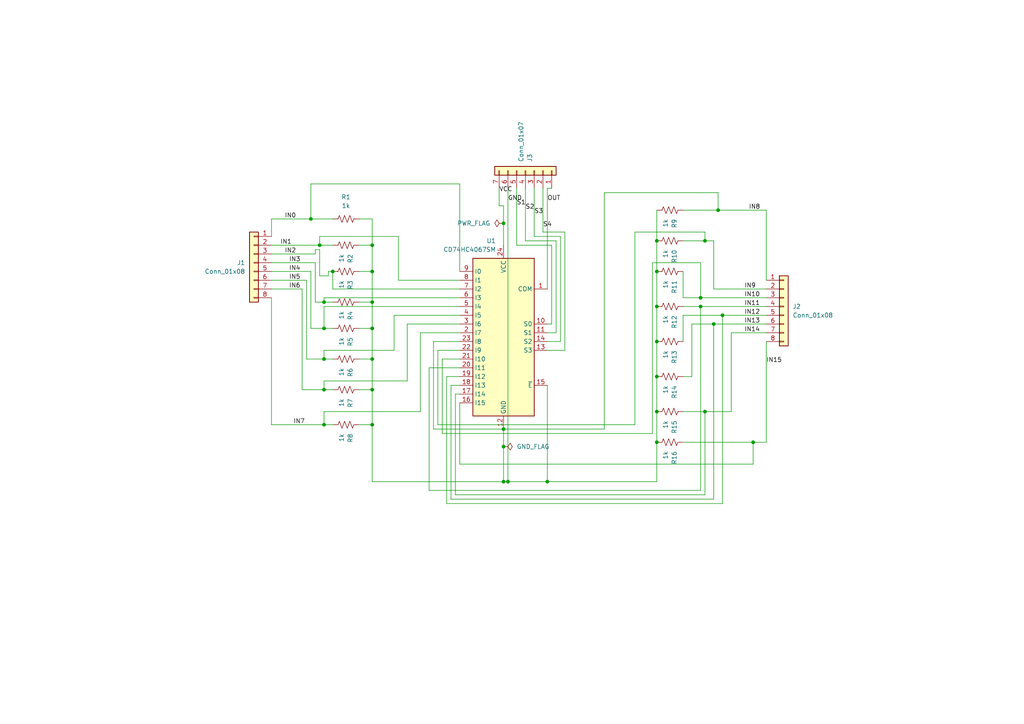
<source format=kicad_sch>
(kicad_sch
	(version 20231120)
	(generator "eeschema")
	(generator_version "8.0")
	(uuid "64dea013-c7b1-407d-8620-793be30cf332")
	(paper "A4")
	(lib_symbols
		(symbol "74xx:CD74HC4067SM"
			(exclude_from_sim no)
			(in_bom yes)
			(on_board yes)
			(property "Reference" "U"
				(at -8.89 22.86 0)
				(effects
					(font
						(size 1.27 1.27)
					)
					(justify left)
				)
			)
			(property "Value" "CD74HC4067SM"
				(at 1.27 22.86 0)
				(effects
					(font
						(size 1.27 1.27)
					)
					(justify left)
				)
			)
			(property "Footprint" "Package_SO:SSOP-24_5.3x8.2mm_P0.65mm"
				(at 26.67 -25.4 0)
				(effects
					(font
						(size 1.27 1.27)
						(italic yes)
					)
					(hide yes)
				)
			)
			(property "Datasheet" "http://www.ti.com/lit/ds/symlink/cd74hc4067.pdf"
				(at -8.89 21.59 0)
				(effects
					(font
						(size 1.27 1.27)
					)
					(hide yes)
				)
			)
			(property "Description" "High-Speed CMOS Logic 16-Channel Analog Multiplexer/Demultiplexer, SSOP-24"
				(at 0 0 0)
				(effects
					(font
						(size 1.27 1.27)
					)
					(hide yes)
				)
			)
			(property "ki_keywords" "multiplexer demultiplexer mux demux"
				(at 0 0 0)
				(effects
					(font
						(size 1.27 1.27)
					)
					(hide yes)
				)
			)
			(property "ki_fp_filters" "SSOP*5.3x8.2mm*P0.65mm*"
				(at 0 0 0)
				(effects
					(font
						(size 1.27 1.27)
					)
					(hide yes)
				)
			)
			(symbol "CD74HC4067SM_0_1"
				(rectangle
					(start -8.89 21.59)
					(end 8.89 -24.13)
					(stroke
						(width 0.254)
						(type default)
					)
					(fill
						(type background)
					)
				)
			)
			(symbol "CD74HC4067SM_1_1"
				(pin passive line
					(at -12.7 12.7 0)
					(length 3.81)
					(name "COM"
						(effects
							(font
								(size 1.27 1.27)
							)
						)
					)
					(number "1"
						(effects
							(font
								(size 1.27 1.27)
							)
						)
					)
				)
				(pin input line
					(at -12.7 2.54 0)
					(length 3.81)
					(name "S0"
						(effects
							(font
								(size 1.27 1.27)
							)
						)
					)
					(number "10"
						(effects
							(font
								(size 1.27 1.27)
							)
						)
					)
				)
				(pin input line
					(at -12.7 0 0)
					(length 3.81)
					(name "S1"
						(effects
							(font
								(size 1.27 1.27)
							)
						)
					)
					(number "11"
						(effects
							(font
								(size 1.27 1.27)
							)
						)
					)
				)
				(pin power_in line
					(at 0 -27.94 90)
					(length 3.81)
					(name "GND"
						(effects
							(font
								(size 1.27 1.27)
							)
						)
					)
					(number "12"
						(effects
							(font
								(size 1.27 1.27)
							)
						)
					)
				)
				(pin input line
					(at -12.7 -5.08 0)
					(length 3.81)
					(name "S3"
						(effects
							(font
								(size 1.27 1.27)
							)
						)
					)
					(number "13"
						(effects
							(font
								(size 1.27 1.27)
							)
						)
					)
				)
				(pin input line
					(at -12.7 -2.54 0)
					(length 3.81)
					(name "S2"
						(effects
							(font
								(size 1.27 1.27)
							)
						)
					)
					(number "14"
						(effects
							(font
								(size 1.27 1.27)
							)
						)
					)
				)
				(pin input line
					(at -12.7 -15.24 0)
					(length 3.81)
					(name "~{E}"
						(effects
							(font
								(size 1.27 1.27)
							)
						)
					)
					(number "15"
						(effects
							(font
								(size 1.27 1.27)
							)
						)
					)
				)
				(pin passive line
					(at 12.7 -20.32 180)
					(length 3.81)
					(name "I15"
						(effects
							(font
								(size 1.27 1.27)
							)
						)
					)
					(number "16"
						(effects
							(font
								(size 1.27 1.27)
							)
						)
					)
				)
				(pin passive line
					(at 12.7 -17.78 180)
					(length 3.81)
					(name "I14"
						(effects
							(font
								(size 1.27 1.27)
							)
						)
					)
					(number "17"
						(effects
							(font
								(size 1.27 1.27)
							)
						)
					)
				)
				(pin passive line
					(at 12.7 -15.24 180)
					(length 3.81)
					(name "I13"
						(effects
							(font
								(size 1.27 1.27)
							)
						)
					)
					(number "18"
						(effects
							(font
								(size 1.27 1.27)
							)
						)
					)
				)
				(pin passive line
					(at 12.7 -12.7 180)
					(length 3.81)
					(name "I12"
						(effects
							(font
								(size 1.27 1.27)
							)
						)
					)
					(number "19"
						(effects
							(font
								(size 1.27 1.27)
							)
						)
					)
				)
				(pin passive line
					(at 12.7 0 180)
					(length 3.81)
					(name "I7"
						(effects
							(font
								(size 1.27 1.27)
							)
						)
					)
					(number "2"
						(effects
							(font
								(size 1.27 1.27)
							)
						)
					)
				)
				(pin passive line
					(at 12.7 -10.16 180)
					(length 3.81)
					(name "I11"
						(effects
							(font
								(size 1.27 1.27)
							)
						)
					)
					(number "20"
						(effects
							(font
								(size 1.27 1.27)
							)
						)
					)
				)
				(pin passive line
					(at 12.7 -7.62 180)
					(length 3.81)
					(name "I10"
						(effects
							(font
								(size 1.27 1.27)
							)
						)
					)
					(number "21"
						(effects
							(font
								(size 1.27 1.27)
							)
						)
					)
				)
				(pin passive line
					(at 12.7 -5.08 180)
					(length 3.81)
					(name "I9"
						(effects
							(font
								(size 1.27 1.27)
							)
						)
					)
					(number "22"
						(effects
							(font
								(size 1.27 1.27)
							)
						)
					)
				)
				(pin passive line
					(at 12.7 -2.54 180)
					(length 3.81)
					(name "I8"
						(effects
							(font
								(size 1.27 1.27)
							)
						)
					)
					(number "23"
						(effects
							(font
								(size 1.27 1.27)
							)
						)
					)
				)
				(pin power_in line
					(at 0 25.4 270)
					(length 3.81)
					(name "VCC"
						(effects
							(font
								(size 1.27 1.27)
							)
						)
					)
					(number "24"
						(effects
							(font
								(size 1.27 1.27)
							)
						)
					)
				)
				(pin passive line
					(at 12.7 2.54 180)
					(length 3.81)
					(name "I6"
						(effects
							(font
								(size 1.27 1.27)
							)
						)
					)
					(number "3"
						(effects
							(font
								(size 1.27 1.27)
							)
						)
					)
				)
				(pin passive line
					(at 12.7 5.08 180)
					(length 3.81)
					(name "I5"
						(effects
							(font
								(size 1.27 1.27)
							)
						)
					)
					(number "4"
						(effects
							(font
								(size 1.27 1.27)
							)
						)
					)
				)
				(pin passive line
					(at 12.7 7.62 180)
					(length 3.81)
					(name "I4"
						(effects
							(font
								(size 1.27 1.27)
							)
						)
					)
					(number "5"
						(effects
							(font
								(size 1.27 1.27)
							)
						)
					)
				)
				(pin passive line
					(at 12.7 10.16 180)
					(length 3.81)
					(name "I3"
						(effects
							(font
								(size 1.27 1.27)
							)
						)
					)
					(number "6"
						(effects
							(font
								(size 1.27 1.27)
							)
						)
					)
				)
				(pin passive line
					(at 12.7 12.7 180)
					(length 3.81)
					(name "I2"
						(effects
							(font
								(size 1.27 1.27)
							)
						)
					)
					(number "7"
						(effects
							(font
								(size 1.27 1.27)
							)
						)
					)
				)
				(pin passive line
					(at 12.7 15.24 180)
					(length 3.81)
					(name "I1"
						(effects
							(font
								(size 1.27 1.27)
							)
						)
					)
					(number "8"
						(effects
							(font
								(size 1.27 1.27)
							)
						)
					)
				)
				(pin passive line
					(at 12.7 17.78 180)
					(length 3.81)
					(name "I0"
						(effects
							(font
								(size 1.27 1.27)
							)
						)
					)
					(number "9"
						(effects
							(font
								(size 1.27 1.27)
							)
						)
					)
				)
			)
		)
		(symbol "Connector_Generic:Conn_01x07"
			(pin_names
				(offset 1.016) hide)
			(exclude_from_sim no)
			(in_bom yes)
			(on_board yes)
			(property "Reference" "J"
				(at 0 10.16 0)
				(effects
					(font
						(size 1.27 1.27)
					)
				)
			)
			(property "Value" "Conn_01x07"
				(at 0 -10.16 0)
				(effects
					(font
						(size 1.27 1.27)
					)
				)
			)
			(property "Footprint" ""
				(at 0 0 0)
				(effects
					(font
						(size 1.27 1.27)
					)
					(hide yes)
				)
			)
			(property "Datasheet" "~"
				(at 0 0 0)
				(effects
					(font
						(size 1.27 1.27)
					)
					(hide yes)
				)
			)
			(property "Description" "Generic connector, single row, 01x07, script generated (kicad-library-utils/schlib/autogen/connector/)"
				(at 0 0 0)
				(effects
					(font
						(size 1.27 1.27)
					)
					(hide yes)
				)
			)
			(property "ki_keywords" "connector"
				(at 0 0 0)
				(effects
					(font
						(size 1.27 1.27)
					)
					(hide yes)
				)
			)
			(property "ki_fp_filters" "Connector*:*_1x??_*"
				(at 0 0 0)
				(effects
					(font
						(size 1.27 1.27)
					)
					(hide yes)
				)
			)
			(symbol "Conn_01x07_1_1"
				(rectangle
					(start -1.27 -7.493)
					(end 0 -7.747)
					(stroke
						(width 0.1524)
						(type default)
					)
					(fill
						(type none)
					)
				)
				(rectangle
					(start -1.27 -4.953)
					(end 0 -5.207)
					(stroke
						(width 0.1524)
						(type default)
					)
					(fill
						(type none)
					)
				)
				(rectangle
					(start -1.27 -2.413)
					(end 0 -2.667)
					(stroke
						(width 0.1524)
						(type default)
					)
					(fill
						(type none)
					)
				)
				(rectangle
					(start -1.27 0.127)
					(end 0 -0.127)
					(stroke
						(width 0.1524)
						(type default)
					)
					(fill
						(type none)
					)
				)
				(rectangle
					(start -1.27 2.667)
					(end 0 2.413)
					(stroke
						(width 0.1524)
						(type default)
					)
					(fill
						(type none)
					)
				)
				(rectangle
					(start -1.27 5.207)
					(end 0 4.953)
					(stroke
						(width 0.1524)
						(type default)
					)
					(fill
						(type none)
					)
				)
				(rectangle
					(start -1.27 7.747)
					(end 0 7.493)
					(stroke
						(width 0.1524)
						(type default)
					)
					(fill
						(type none)
					)
				)
				(rectangle
					(start -1.27 8.89)
					(end 1.27 -8.89)
					(stroke
						(width 0.254)
						(type default)
					)
					(fill
						(type background)
					)
				)
				(pin passive line
					(at -5.08 7.62 0)
					(length 3.81)
					(name "Pin_1"
						(effects
							(font
								(size 1.27 1.27)
							)
						)
					)
					(number "1"
						(effects
							(font
								(size 1.27 1.27)
							)
						)
					)
				)
				(pin passive line
					(at -5.08 5.08 0)
					(length 3.81)
					(name "Pin_2"
						(effects
							(font
								(size 1.27 1.27)
							)
						)
					)
					(number "2"
						(effects
							(font
								(size 1.27 1.27)
							)
						)
					)
				)
				(pin passive line
					(at -5.08 2.54 0)
					(length 3.81)
					(name "Pin_3"
						(effects
							(font
								(size 1.27 1.27)
							)
						)
					)
					(number "3"
						(effects
							(font
								(size 1.27 1.27)
							)
						)
					)
				)
				(pin passive line
					(at -5.08 0 0)
					(length 3.81)
					(name "Pin_4"
						(effects
							(font
								(size 1.27 1.27)
							)
						)
					)
					(number "4"
						(effects
							(font
								(size 1.27 1.27)
							)
						)
					)
				)
				(pin passive line
					(at -5.08 -2.54 0)
					(length 3.81)
					(name "Pin_5"
						(effects
							(font
								(size 1.27 1.27)
							)
						)
					)
					(number "5"
						(effects
							(font
								(size 1.27 1.27)
							)
						)
					)
				)
				(pin passive line
					(at -5.08 -5.08 0)
					(length 3.81)
					(name "Pin_6"
						(effects
							(font
								(size 1.27 1.27)
							)
						)
					)
					(number "6"
						(effects
							(font
								(size 1.27 1.27)
							)
						)
					)
				)
				(pin passive line
					(at -5.08 -7.62 0)
					(length 3.81)
					(name "Pin_7"
						(effects
							(font
								(size 1.27 1.27)
							)
						)
					)
					(number "7"
						(effects
							(font
								(size 1.27 1.27)
							)
						)
					)
				)
			)
		)
		(symbol "Device:R_US"
			(pin_numbers hide)
			(pin_names
				(offset 0)
			)
			(exclude_from_sim no)
			(in_bom yes)
			(on_board yes)
			(property "Reference" "R"
				(at 2.54 0 90)
				(effects
					(font
						(size 1.27 1.27)
					)
				)
			)
			(property "Value" "R_US"
				(at -2.54 0 90)
				(effects
					(font
						(size 1.27 1.27)
					)
				)
			)
			(property "Footprint" ""
				(at 1.016 -0.254 90)
				(effects
					(font
						(size 1.27 1.27)
					)
					(hide yes)
				)
			)
			(property "Datasheet" "~"
				(at 0 0 0)
				(effects
					(font
						(size 1.27 1.27)
					)
					(hide yes)
				)
			)
			(property "Description" "Resistor, US symbol"
				(at 0 0 0)
				(effects
					(font
						(size 1.27 1.27)
					)
					(hide yes)
				)
			)
			(property "ki_keywords" "R res resistor"
				(at 0 0 0)
				(effects
					(font
						(size 1.27 1.27)
					)
					(hide yes)
				)
			)
			(property "ki_fp_filters" "R_*"
				(at 0 0 0)
				(effects
					(font
						(size 1.27 1.27)
					)
					(hide yes)
				)
			)
			(symbol "R_US_0_1"
				(polyline
					(pts
						(xy 0 -2.286) (xy 0 -2.54)
					)
					(stroke
						(width 0)
						(type default)
					)
					(fill
						(type none)
					)
				)
				(polyline
					(pts
						(xy 0 2.286) (xy 0 2.54)
					)
					(stroke
						(width 0)
						(type default)
					)
					(fill
						(type none)
					)
				)
				(polyline
					(pts
						(xy 0 -0.762) (xy 1.016 -1.143) (xy 0 -1.524) (xy -1.016 -1.905) (xy 0 -2.286)
					)
					(stroke
						(width 0)
						(type default)
					)
					(fill
						(type none)
					)
				)
				(polyline
					(pts
						(xy 0 0.762) (xy 1.016 0.381) (xy 0 0) (xy -1.016 -0.381) (xy 0 -0.762)
					)
					(stroke
						(width 0)
						(type default)
					)
					(fill
						(type none)
					)
				)
				(polyline
					(pts
						(xy 0 2.286) (xy 1.016 1.905) (xy 0 1.524) (xy -1.016 1.143) (xy 0 0.762)
					)
					(stroke
						(width 0)
						(type default)
					)
					(fill
						(type none)
					)
				)
			)
			(symbol "R_US_1_1"
				(pin passive line
					(at 0 3.81 270)
					(length 1.27)
					(name "~"
						(effects
							(font
								(size 1.27 1.27)
							)
						)
					)
					(number "1"
						(effects
							(font
								(size 1.27 1.27)
							)
						)
					)
				)
				(pin passive line
					(at 0 -3.81 90)
					(length 1.27)
					(name "~"
						(effects
							(font
								(size 1.27 1.27)
							)
						)
					)
					(number "2"
						(effects
							(font
								(size 1.27 1.27)
							)
						)
					)
				)
			)
		)
		(symbol "SparkFun-Connector:Conn_01x08"
			(pin_names
				(offset 1.016) hide)
			(exclude_from_sim no)
			(in_bom yes)
			(on_board yes)
			(property "Reference" "J"
				(at 0 10.16 0)
				(effects
					(font
						(size 1.27 1.27)
					)
				)
			)
			(property "Value" "Conn_01x08"
				(at 0 -12.7 0)
				(effects
					(font
						(size 1.27 1.27)
					)
				)
			)
			(property "Footprint" "SparkFun-Connector:1x08"
				(at 0 -15.24 0)
				(effects
					(font
						(size 1.27 1.27)
					)
					(hide yes)
				)
			)
			(property "Datasheet" "~"
				(at 0 -17.78 0)
				(effects
					(font
						(size 1.27 1.27)
					)
					(hide yes)
				)
			)
			(property "Description" "Generic connector, single row, 01x08, script generated (kicad-library-utils/schlib/autogen/connector/)"
				(at 0 0 0)
				(effects
					(font
						(size 1.27 1.27)
					)
					(hide yes)
				)
			)
			(property "ki_keywords" "SparkFun connector"
				(at 0 0 0)
				(effects
					(font
						(size 1.27 1.27)
					)
					(hide yes)
				)
			)
			(property "ki_fp_filters" "Connector*:*_1x??_*"
				(at 0 0 0)
				(effects
					(font
						(size 1.27 1.27)
					)
					(hide yes)
				)
			)
			(symbol "Conn_01x08_1_1"
				(rectangle
					(start -1.27 -10.033)
					(end 0 -10.287)
					(stroke
						(width 0.1524)
						(type default)
					)
					(fill
						(type none)
					)
				)
				(rectangle
					(start -1.27 -7.493)
					(end 0 -7.747)
					(stroke
						(width 0.1524)
						(type default)
					)
					(fill
						(type none)
					)
				)
				(rectangle
					(start -1.27 -4.953)
					(end 0 -5.207)
					(stroke
						(width 0.1524)
						(type default)
					)
					(fill
						(type none)
					)
				)
				(rectangle
					(start -1.27 -2.413)
					(end 0 -2.667)
					(stroke
						(width 0.1524)
						(type default)
					)
					(fill
						(type none)
					)
				)
				(rectangle
					(start -1.27 0.127)
					(end 0 -0.127)
					(stroke
						(width 0.1524)
						(type default)
					)
					(fill
						(type none)
					)
				)
				(rectangle
					(start -1.27 2.667)
					(end 0 2.413)
					(stroke
						(width 0.1524)
						(type default)
					)
					(fill
						(type none)
					)
				)
				(rectangle
					(start -1.27 5.207)
					(end 0 4.953)
					(stroke
						(width 0.1524)
						(type default)
					)
					(fill
						(type none)
					)
				)
				(rectangle
					(start -1.27 7.747)
					(end 0 7.493)
					(stroke
						(width 0.1524)
						(type default)
					)
					(fill
						(type none)
					)
				)
				(rectangle
					(start -1.27 8.89)
					(end 1.27 -11.43)
					(stroke
						(width 0.254)
						(type default)
					)
					(fill
						(type background)
					)
				)
				(pin passive line
					(at -5.08 7.62 0)
					(length 3.81)
					(name "Pin_1"
						(effects
							(font
								(size 1.27 1.27)
							)
						)
					)
					(number "1"
						(effects
							(font
								(size 1.27 1.27)
							)
						)
					)
				)
				(pin passive line
					(at -5.08 5.08 0)
					(length 3.81)
					(name "Pin_2"
						(effects
							(font
								(size 1.27 1.27)
							)
						)
					)
					(number "2"
						(effects
							(font
								(size 1.27 1.27)
							)
						)
					)
				)
				(pin passive line
					(at -5.08 2.54 0)
					(length 3.81)
					(name "Pin_3"
						(effects
							(font
								(size 1.27 1.27)
							)
						)
					)
					(number "3"
						(effects
							(font
								(size 1.27 1.27)
							)
						)
					)
				)
				(pin passive line
					(at -5.08 0 0)
					(length 3.81)
					(name "Pin_4"
						(effects
							(font
								(size 1.27 1.27)
							)
						)
					)
					(number "4"
						(effects
							(font
								(size 1.27 1.27)
							)
						)
					)
				)
				(pin passive line
					(at -5.08 -2.54 0)
					(length 3.81)
					(name "Pin_5"
						(effects
							(font
								(size 1.27 1.27)
							)
						)
					)
					(number "5"
						(effects
							(font
								(size 1.27 1.27)
							)
						)
					)
				)
				(pin passive line
					(at -5.08 -5.08 0)
					(length 3.81)
					(name "Pin_6"
						(effects
							(font
								(size 1.27 1.27)
							)
						)
					)
					(number "6"
						(effects
							(font
								(size 1.27 1.27)
							)
						)
					)
				)
				(pin passive line
					(at -5.08 -7.62 0)
					(length 3.81)
					(name "Pin_7"
						(effects
							(font
								(size 1.27 1.27)
							)
						)
					)
					(number "7"
						(effects
							(font
								(size 1.27 1.27)
							)
						)
					)
				)
				(pin passive line
					(at -5.08 -10.16 0)
					(length 3.81)
					(name "Pin_8"
						(effects
							(font
								(size 1.27 1.27)
							)
						)
					)
					(number "8"
						(effects
							(font
								(size 1.27 1.27)
							)
						)
					)
				)
			)
		)
		(symbol "SparkFun-Resistor:1k_0402"
			(pin_numbers hide)
			(pin_names
				(offset 0)
			)
			(exclude_from_sim no)
			(in_bom yes)
			(on_board yes)
			(property "Reference" "R"
				(at 0 -2.54 0)
				(effects
					(font
						(size 1.27 1.27)
					)
				)
			)
			(property "Value" "1k"
				(at 0 2.54 0)
				(effects
					(font
						(size 1.27 1.27)
					)
				)
			)
			(property "Footprint" "SparkFun-Resistor:R_0402_1005Metric"
				(at 0 -4.572 0)
				(effects
					(font
						(size 1.27 1.27)
					)
					(hide yes)
				)
			)
			(property "Datasheet" "https://www.vishay.com/docs/20035/dcrcwe3.pdf"
				(at -1.27 -8.89 0)
				(effects
					(font
						(size 1.27 1.27)
					)
					(hide yes)
				)
			)
			(property "Description" "Resistor"
				(at 0 0 0)
				(effects
					(font
						(size 1.27 1.27)
					)
					(hide yes)
				)
			)
			(property "PROD_ID" "RES-14342"
				(at 0 -6.858 0)
				(effects
					(font
						(size 1.27 1.27)
					)
					(hide yes)
				)
			)
			(property "ki_keywords" "SparkFun R res resistor"
				(at 0 0 0)
				(effects
					(font
						(size 1.27 1.27)
					)
					(hide yes)
				)
			)
			(property "ki_fp_filters" "R_*"
				(at 0 0 0)
				(effects
					(font
						(size 1.27 1.27)
					)
					(hide yes)
				)
			)
			(symbol "1k_0402_0_1"
				(polyline
					(pts
						(xy -2.286 0) (xy -2.54 0)
					)
					(stroke
						(width 0)
						(type default)
					)
					(fill
						(type none)
					)
				)
				(polyline
					(pts
						(xy 2.286 0) (xy 2.54 0)
					)
					(stroke
						(width 0)
						(type default)
					)
					(fill
						(type none)
					)
				)
				(polyline
					(pts
						(xy -0.762 0) (xy -1.143 -1.016) (xy -1.524 0) (xy -1.905 1.016) (xy -2.286 0)
					)
					(stroke
						(width 0)
						(type default)
					)
					(fill
						(type none)
					)
				)
				(polyline
					(pts
						(xy 0.762 0) (xy 0.381 -1.016) (xy 0 0) (xy -0.381 1.016) (xy -0.762 0)
					)
					(stroke
						(width 0)
						(type default)
					)
					(fill
						(type none)
					)
				)
				(polyline
					(pts
						(xy 2.286 0) (xy 1.905 -1.016) (xy 1.524 0) (xy 1.143 1.016) (xy 0.762 0)
					)
					(stroke
						(width 0)
						(type default)
					)
					(fill
						(type none)
					)
				)
			)
			(symbol "1k_0402_1_1"
				(pin passive line
					(at 3.81 0 180)
					(length 1.27)
					(name "~"
						(effects
							(font
								(size 1.27 1.27)
							)
						)
					)
					(number "1"
						(effects
							(font
								(size 1.27 1.27)
							)
						)
					)
				)
				(pin passive line
					(at -3.81 0 0)
					(length 1.27)
					(name "~"
						(effects
							(font
								(size 1.27 1.27)
							)
						)
					)
					(number "2"
						(effects
							(font
								(size 1.27 1.27)
							)
						)
					)
				)
			)
		)
		(symbol "power:PWR_FLAG"
			(power)
			(pin_numbers hide)
			(pin_names
				(offset 0) hide)
			(exclude_from_sim no)
			(in_bom yes)
			(on_board yes)
			(property "Reference" "#FLG"
				(at 0 1.905 0)
				(effects
					(font
						(size 1.27 1.27)
					)
					(hide yes)
				)
			)
			(property "Value" "PWR_FLAG"
				(at 0 3.81 0)
				(effects
					(font
						(size 1.27 1.27)
					)
				)
			)
			(property "Footprint" ""
				(at 0 0 0)
				(effects
					(font
						(size 1.27 1.27)
					)
					(hide yes)
				)
			)
			(property "Datasheet" "~"
				(at 0 0 0)
				(effects
					(font
						(size 1.27 1.27)
					)
					(hide yes)
				)
			)
			(property "Description" "Special symbol for telling ERC where power comes from"
				(at 0 0 0)
				(effects
					(font
						(size 1.27 1.27)
					)
					(hide yes)
				)
			)
			(property "ki_keywords" "flag power"
				(at 0 0 0)
				(effects
					(font
						(size 1.27 1.27)
					)
					(hide yes)
				)
			)
			(symbol "PWR_FLAG_0_0"
				(pin power_out line
					(at 0 0 90)
					(length 0)
					(name "~"
						(effects
							(font
								(size 1.27 1.27)
							)
						)
					)
					(number "1"
						(effects
							(font
								(size 1.27 1.27)
							)
						)
					)
				)
			)
			(symbol "PWR_FLAG_0_1"
				(polyline
					(pts
						(xy 0 0) (xy 0 1.27) (xy -1.016 1.905) (xy 0 2.54) (xy 1.016 1.905) (xy 0 1.27)
					)
					(stroke
						(width 0)
						(type default)
					)
					(fill
						(type none)
					)
				)
			)
		)
	)
	(junction
		(at 190.5 128.27)
		(diameter 0)
		(color 0 0 0 0)
		(uuid "0252a768-37ee-49e0-ac07-bf4f125cb49d")
	)
	(junction
		(at 93.98 113.03)
		(diameter 0)
		(color 0 0 0 0)
		(uuid "064ccfe9-6637-4ed0-bfc2-f1c2aa8299ec")
	)
	(junction
		(at 107.95 78.74)
		(diameter 0)
		(color 0 0 0 0)
		(uuid "0d28408c-dc7c-4de3-9f09-148d9a566a90")
	)
	(junction
		(at 218.44 128.27)
		(diameter 0)
		(color 0 0 0 0)
		(uuid "130104c3-86f4-4c38-9337-12d27dd6eec8")
	)
	(junction
		(at 146.05 129.54)
		(diameter 0)
		(color 0 0 0 0)
		(uuid "1d960a86-7bba-4ada-b05d-9e70ccd3dd08")
	)
	(junction
		(at 204.47 119.38)
		(diameter 0)
		(color 0 0 0 0)
		(uuid "2f638dec-13db-4688-b47e-3837fb7d6df1")
	)
	(junction
		(at 146.05 64.77)
		(diameter 0)
		(color 0 0 0 0)
		(uuid "36a36e1b-bd15-4d05-888d-833e02a00727")
	)
	(junction
		(at 203.2 86.36)
		(diameter 0)
		(color 0 0 0 0)
		(uuid "3b9c47e7-0c8a-4884-a89d-5f24f9e25acd")
	)
	(junction
		(at 96.52 78.74)
		(diameter 0)
		(color 0 0 0 0)
		(uuid "3d046ba6-6808-4496-a023-da225d470c5a")
	)
	(junction
		(at 107.95 113.03)
		(diameter 0)
		(color 0 0 0 0)
		(uuid "49c120aa-cd85-4eea-ba27-e0c67db94842")
	)
	(junction
		(at 107.95 71.12)
		(diameter 0)
		(color 0 0 0 0)
		(uuid "4df6a299-0f55-4270-8ded-dd067c50a3cd")
	)
	(junction
		(at 209.55 91.44)
		(diameter 0)
		(color 0 0 0 0)
		(uuid "52f18f5c-e2c9-4cdc-8bc4-488837d312a7")
	)
	(junction
		(at 207.01 93.98)
		(diameter 0)
		(color 0 0 0 0)
		(uuid "54cab514-2466-4537-b68e-a30a784275a2")
	)
	(junction
		(at 107.95 95.25)
		(diameter 0)
		(color 0 0 0 0)
		(uuid "5ae9f068-0870-40fd-8d49-2d63239be953")
	)
	(junction
		(at 107.95 87.63)
		(diameter 0)
		(color 0 0 0 0)
		(uuid "68e21ff1-1bfd-4d71-bc28-33f80d1bb408")
	)
	(junction
		(at 190.5 88.9)
		(diameter 0)
		(color 0 0 0 0)
		(uuid "6bd2d867-740b-4cb1-ab2a-86dc8aa920dc")
	)
	(junction
		(at 158.75 139.7)
		(diameter 0)
		(color 0 0 0 0)
		(uuid "6d417602-ee82-422b-9667-71472596f9c5")
	)
	(junction
		(at 190.5 109.22)
		(diameter 0)
		(color 0 0 0 0)
		(uuid "7f7b1360-60f3-443f-a2fe-a528176d78f8")
	)
	(junction
		(at 93.98 104.14)
		(diameter 0)
		(color 0 0 0 0)
		(uuid "8a509548-7cda-4efc-b688-9f18dbf4e949")
	)
	(junction
		(at 203.2 88.9)
		(diameter 0)
		(color 0 0 0 0)
		(uuid "963059f0-642f-42c6-801a-279985f91d84")
	)
	(junction
		(at 107.95 123.19)
		(diameter 0)
		(color 0 0 0 0)
		(uuid "97aff751-ba98-4a35-b95f-351bba1f750e")
	)
	(junction
		(at 146.05 139.7)
		(diameter 0)
		(color 0 0 0 0)
		(uuid "99947f3c-db93-42de-9a0a-d6660ec0e360")
	)
	(junction
		(at 147.32 139.7)
		(diameter 0)
		(color 0 0 0 0)
		(uuid "b70f271f-75eb-4113-8568-b93de2350d27")
	)
	(junction
		(at 90.17 63.5)
		(diameter 0)
		(color 0 0 0 0)
		(uuid "c234b220-3aaf-4842-9f12-2004a3b67ace")
	)
	(junction
		(at 208.28 60.96)
		(diameter 0)
		(color 0 0 0 0)
		(uuid "c895352c-c997-4899-8cc3-5c5309ba8455")
	)
	(junction
		(at 93.98 95.25)
		(diameter 0)
		(color 0 0 0 0)
		(uuid "d433b1df-e70b-4cf4-b839-a99cf557ac88")
	)
	(junction
		(at 190.5 119.38)
		(diameter 0)
		(color 0 0 0 0)
		(uuid "d8700d17-3cc9-4c3f-b54b-c76b0acbbd5d")
	)
	(junction
		(at 190.5 69.85)
		(diameter 0)
		(color 0 0 0 0)
		(uuid "dba1f4a3-768a-45d6-b407-d7f6c9d2f54c")
	)
	(junction
		(at 190.5 99.06)
		(diameter 0)
		(color 0 0 0 0)
		(uuid "dbd4f17f-30fa-439a-8244-df77cc8dc01f")
	)
	(junction
		(at 93.98 123.19)
		(diameter 0)
		(color 0 0 0 0)
		(uuid "e01b28f4-c631-446b-8f4d-6394143d96c8")
	)
	(junction
		(at 107.95 104.14)
		(diameter 0)
		(color 0 0 0 0)
		(uuid "e2be1688-244e-47a7-9b71-9119acb7e43a")
	)
	(junction
		(at 146.05 124.46)
		(diameter 0)
		(color 0 0 0 0)
		(uuid "ea3f535a-079d-436c-bc8a-0f71fe342224")
	)
	(junction
		(at 93.98 87.63)
		(diameter 0)
		(color 0 0 0 0)
		(uuid "ece4f342-1040-4e0d-a030-f5befd86df99")
	)
	(junction
		(at 190.5 78.74)
		(diameter 0)
		(color 0 0 0 0)
		(uuid "f574ad8d-d0d8-47e1-90cd-78f45936d9b6")
	)
	(junction
		(at 204.47 69.85)
		(diameter 0)
		(color 0 0 0 0)
		(uuid "f722d907-0f92-4849-bfbc-beb9b87155ee")
	)
	(junction
		(at 92.71 71.12)
		(diameter 0)
		(color 0 0 0 0)
		(uuid "f90a55de-7ec6-4645-8488-2fcd3bdba2ef")
	)
	(wire
		(pts
			(xy 130.81 111.76) (xy 130.81 144.78)
		)
		(stroke
			(width 0)
			(type default)
		)
		(uuid "03bf5726-06f3-450e-8b75-3b687ff1b3f6")
	)
	(wire
		(pts
			(xy 222.25 83.82) (xy 207.01 83.82)
		)
		(stroke
			(width 0)
			(type default)
		)
		(uuid "045296a0-88f9-4a6c-a915-73ded7ef4ba7")
	)
	(wire
		(pts
			(xy 203.2 76.2) (xy 203.2 86.36)
		)
		(stroke
			(width 0)
			(type default)
		)
		(uuid "05d62b9d-b154-47de-8b55-831358fdaa65")
	)
	(wire
		(pts
			(xy 107.95 63.5) (xy 104.14 63.5)
		)
		(stroke
			(width 0)
			(type default)
		)
		(uuid "05fdab76-b092-49d6-8f1b-f8cbba5b0653")
	)
	(wire
		(pts
			(xy 91.44 73.66) (xy 78.74 73.66)
		)
		(stroke
			(width 0)
			(type default)
		)
		(uuid "07d449bc-17bc-4a60-a6dd-1a2e3ccc62ba")
	)
	(wire
		(pts
			(xy 158.75 54.61) (xy 160.02 54.61)
		)
		(stroke
			(width 0)
			(type default)
		)
		(uuid "084faa18-b368-4e78-ba7c-fc4560249901")
	)
	(wire
		(pts
			(xy 78.74 86.36) (xy 78.74 123.19)
		)
		(stroke
			(width 0)
			(type default)
		)
		(uuid "0db6105b-cbc8-478c-90a5-20ca01a8481d")
	)
	(wire
		(pts
			(xy 158.75 101.6) (xy 163.83 101.6)
		)
		(stroke
			(width 0)
			(type default)
		)
		(uuid "0e848ef4-5b92-45e4-a913-52df3c7093ed")
	)
	(wire
		(pts
			(xy 133.35 116.84) (xy 133.35 134.62)
		)
		(stroke
			(width 0)
			(type default)
		)
		(uuid "0f357e08-84ca-42c0-ab2b-5f07907ffb88")
	)
	(wire
		(pts
			(xy 209.55 146.05) (xy 209.55 91.44)
		)
		(stroke
			(width 0)
			(type default)
		)
		(uuid "103e59a9-e315-42df-8c97-e607e300c017")
	)
	(wire
		(pts
			(xy 212.09 96.52) (xy 222.25 96.52)
		)
		(stroke
			(width 0)
			(type default)
		)
		(uuid "1264e62b-9c1d-49d5-a622-acf3c0fd230e")
	)
	(wire
		(pts
			(xy 95.25 80.01) (xy 95.25 78.74)
		)
		(stroke
			(width 0)
			(type default)
		)
		(uuid "1376763e-dbf6-48ca-a06d-54dcfef1f15b")
	)
	(wire
		(pts
			(xy 78.74 76.2) (xy 91.44 76.2)
		)
		(stroke
			(width 0)
			(type default)
		)
		(uuid "1420637d-c3c6-46e8-aa0d-ea55c420c241")
	)
	(wire
		(pts
			(xy 222.25 99.06) (xy 222.25 128.27)
		)
		(stroke
			(width 0)
			(type default)
		)
		(uuid "14a05244-6956-4143-b522-d2ceb7505328")
	)
	(wire
		(pts
			(xy 162.56 68.58) (xy 162.56 99.06)
		)
		(stroke
			(width 0)
			(type default)
		)
		(uuid "14ff5011-33b4-4f15-a468-0ce50c3bad63")
	)
	(wire
		(pts
			(xy 91.44 76.2) (xy 91.44 87.63)
		)
		(stroke
			(width 0)
			(type default)
		)
		(uuid "153fcbe8-bd3b-41d3-9f9c-a8274c39a04a")
	)
	(wire
		(pts
			(xy 184.15 123.19) (xy 184.15 67.31)
		)
		(stroke
			(width 0)
			(type default)
		)
		(uuid "18d4a8da-99ac-4dc2-8f11-8fc72e710ccf")
	)
	(wire
		(pts
			(xy 104.14 113.03) (xy 107.95 113.03)
		)
		(stroke
			(width 0)
			(type default)
		)
		(uuid "1ad4416d-b5d6-4a3a-888b-99b8a7360be4")
	)
	(wire
		(pts
			(xy 92.71 68.58) (xy 92.71 71.12)
		)
		(stroke
			(width 0)
			(type default)
		)
		(uuid "1f9edd83-b02e-4a2a-9fce-194372afd689")
	)
	(wire
		(pts
			(xy 133.35 86.36) (xy 93.98 86.36)
		)
		(stroke
			(width 0)
			(type default)
		)
		(uuid "1fdedb67-5f64-4659-9132-59f3cb05d7dc")
	)
	(wire
		(pts
			(xy 125.73 124.46) (xy 125.73 99.06)
		)
		(stroke
			(width 0)
			(type default)
		)
		(uuid "20f801a1-1461-402d-8025-c17a1699127b")
	)
	(wire
		(pts
			(xy 90.17 53.34) (xy 90.17 63.5)
		)
		(stroke
			(width 0)
			(type default)
		)
		(uuid "20fec209-abd4-48d8-bb1a-d63807f039a3")
	)
	(wire
		(pts
			(xy 157.48 54.61) (xy 157.48 67.31)
		)
		(stroke
			(width 0)
			(type default)
		)
		(uuid "213987ab-9246-4a9a-a1b1-516167dffbeb")
	)
	(wire
		(pts
			(xy 78.74 63.5) (xy 78.74 68.58)
		)
		(stroke
			(width 0)
			(type default)
		)
		(uuid "2203ea06-859c-4330-b496-7c3788e9b078")
	)
	(wire
		(pts
			(xy 88.9 104.14) (xy 93.98 104.14)
		)
		(stroke
			(width 0)
			(type default)
		)
		(uuid "2212bcfe-986a-4fed-923e-eb51d5f09332")
	)
	(wire
		(pts
			(xy 146.05 64.77) (xy 146.05 59.69)
		)
		(stroke
			(width 0)
			(type default)
		)
		(uuid "234142e2-9e0d-4249-b274-74b4d876031b")
	)
	(wire
		(pts
			(xy 146.05 129.54) (xy 146.05 139.7)
		)
		(stroke
			(width 0)
			(type default)
		)
		(uuid "23ecb056-dfcc-4e09-91d0-4b9b6cc4bd22")
	)
	(wire
		(pts
			(xy 90.17 78.74) (xy 90.17 95.25)
		)
		(stroke
			(width 0)
			(type default)
		)
		(uuid "241564e3-a897-413e-84ad-6a14d69c8560")
	)
	(wire
		(pts
			(xy 87.63 113.03) (xy 93.98 113.03)
		)
		(stroke
			(width 0)
			(type default)
		)
		(uuid "271217cc-a63a-4913-8dd2-650ae86f4f63")
	)
	(wire
		(pts
			(xy 133.35 93.98) (xy 118.11 93.98)
		)
		(stroke
			(width 0)
			(type default)
		)
		(uuid "278aece1-c967-418d-820a-b2f60b922d62")
	)
	(wire
		(pts
			(xy 189.23 125.73) (xy 189.23 76.2)
		)
		(stroke
			(width 0)
			(type default)
		)
		(uuid "281cbdc2-eacd-45c7-acbc-258d9866e9b3")
	)
	(wire
		(pts
			(xy 203.2 142.24) (xy 203.2 88.9)
		)
		(stroke
			(width 0)
			(type default)
		)
		(uuid "28c06e84-c22e-48bb-b5ef-107ada614761")
	)
	(wire
		(pts
			(xy 208.28 55.88) (xy 175.26 55.88)
		)
		(stroke
			(width 0)
			(type default)
		)
		(uuid "2bec255e-c4b6-4321-b9c4-2b81ef93d67a")
	)
	(wire
		(pts
			(xy 78.74 83.82) (xy 87.63 83.82)
		)
		(stroke
			(width 0)
			(type default)
		)
		(uuid "2ca4b57f-2844-4c51-a599-566047998b64")
	)
	(wire
		(pts
			(xy 104.14 95.25) (xy 107.95 95.25)
		)
		(stroke
			(width 0)
			(type default)
		)
		(uuid "2ff40569-cb58-4a28-874c-f4713b495010")
	)
	(wire
		(pts
			(xy 184.15 67.31) (xy 204.47 67.31)
		)
		(stroke
			(width 0)
			(type default)
		)
		(uuid "312078cf-7678-4f88-a413-7866e32c7343")
	)
	(wire
		(pts
			(xy 78.74 78.74) (xy 90.17 78.74)
		)
		(stroke
			(width 0)
			(type default)
		)
		(uuid "316e3309-9653-4ecd-b7ad-297a542617e4")
	)
	(wire
		(pts
			(xy 209.55 91.44) (xy 198.12 91.44)
		)
		(stroke
			(width 0)
			(type default)
		)
		(uuid "35b4adf9-0e58-4b00-aa3b-2cbb681ae684")
	)
	(wire
		(pts
			(xy 203.2 86.36) (xy 198.12 86.36)
		)
		(stroke
			(width 0)
			(type default)
		)
		(uuid "39bfdf36-cf67-4775-aa68-cc1c04c111aa")
	)
	(wire
		(pts
			(xy 158.75 93.98) (xy 160.02 93.98)
		)
		(stroke
			(width 0)
			(type default)
		)
		(uuid "3a3669cb-677b-4b70-bf5b-76c3567577e3")
	)
	(wire
		(pts
			(xy 158.75 111.76) (xy 158.75 139.7)
		)
		(stroke
			(width 0)
			(type default)
		)
		(uuid "3ace2813-0909-4001-b6f4-53a66b873f12")
	)
	(wire
		(pts
			(xy 114.3 101.6) (xy 93.98 101.6)
		)
		(stroke
			(width 0)
			(type default)
		)
		(uuid "3adeaadc-2485-4761-b7ce-44efbdcd7698")
	)
	(wire
		(pts
			(xy 158.75 83.82) (xy 158.75 54.61)
		)
		(stroke
			(width 0)
			(type default)
		)
		(uuid "3cd2293e-103c-47be-95fa-77122370f455")
	)
	(wire
		(pts
			(xy 90.17 95.25) (xy 93.98 95.25)
		)
		(stroke
			(width 0)
			(type default)
		)
		(uuid "3da2f071-b99c-41d3-a087-447199c3d479")
	)
	(wire
		(pts
			(xy 190.5 139.7) (xy 190.5 128.27)
		)
		(stroke
			(width 0)
			(type default)
		)
		(uuid "3fe09af3-febb-4c03-b1ec-684b4255a131")
	)
	(wire
		(pts
			(xy 124.46 106.68) (xy 124.46 142.24)
		)
		(stroke
			(width 0)
			(type default)
		)
		(uuid "410d8dbd-8ad3-4bba-aaf1-ec27cd2ea470")
	)
	(wire
		(pts
			(xy 107.95 104.14) (xy 107.95 95.25)
		)
		(stroke
			(width 0)
			(type default)
		)
		(uuid "426b92ab-bf41-44f0-be9e-5362e30c1e64")
	)
	(wire
		(pts
			(xy 121.92 119.38) (xy 93.98 119.38)
		)
		(stroke
			(width 0)
			(type default)
		)
		(uuid "460a44fa-7105-463d-9813-32fbad2ebf68")
	)
	(wire
		(pts
			(xy 124.46 142.24) (xy 203.2 142.24)
		)
		(stroke
			(width 0)
			(type default)
		)
		(uuid "461cf8dd-7479-4eb3-89e2-a74bd8d5da0a")
	)
	(wire
		(pts
			(xy 152.4 69.85) (xy 152.4 54.61)
		)
		(stroke
			(width 0)
			(type default)
		)
		(uuid "4b53ae60-ac42-4437-b332-342e58a268dc")
	)
	(wire
		(pts
			(xy 190.5 69.85) (xy 190.5 78.74)
		)
		(stroke
			(width 0)
			(type default)
		)
		(uuid "4c782ab2-ba32-47cc-b230-db2c9b5b5c79")
	)
	(wire
		(pts
			(xy 162.56 99.06) (xy 158.75 99.06)
		)
		(stroke
			(width 0)
			(type default)
		)
		(uuid "4c8b747f-a956-438a-b967-a73fb0862c4f")
	)
	(wire
		(pts
			(xy 91.44 72.39) (xy 92.71 72.39)
		)
		(stroke
			(width 0)
			(type default)
		)
		(uuid "4dcde639-aa84-4319-bfb2-c1792fcd292a")
	)
	(wire
		(pts
			(xy 190.5 78.74) (xy 190.5 88.9)
		)
		(stroke
			(width 0)
			(type default)
		)
		(uuid "4de79bf8-d80d-4d1b-bb7c-403c236f5802")
	)
	(wire
		(pts
			(xy 222.25 81.28) (xy 222.25 60.96)
		)
		(stroke
			(width 0)
			(type default)
		)
		(uuid "4fb52137-0ddc-49b8-98cb-b1c2e4034b07")
	)
	(wire
		(pts
			(xy 107.95 113.03) (xy 107.95 104.14)
		)
		(stroke
			(width 0)
			(type default)
		)
		(uuid "50ef1cd2-4956-4869-ac40-d94b7796f4af")
	)
	(wire
		(pts
			(xy 198.12 69.85) (xy 204.47 69.85)
		)
		(stroke
			(width 0)
			(type default)
		)
		(uuid "528fd704-2c06-4d55-b534-7dada99ddbb2")
	)
	(wire
		(pts
			(xy 207.01 83.82) (xy 207.01 69.85)
		)
		(stroke
			(width 0)
			(type default)
		)
		(uuid "549adb22-e32f-477d-86ce-8a7ff8a4c574")
	)
	(wire
		(pts
			(xy 163.83 67.31) (xy 163.83 101.6)
		)
		(stroke
			(width 0)
			(type default)
		)
		(uuid "55253cb5-f61a-4340-8526-fa0540fc379e")
	)
	(wire
		(pts
			(xy 154.94 54.61) (xy 154.94 68.58)
		)
		(stroke
			(width 0)
			(type default)
		)
		(uuid "58053ab6-b9e9-4432-8d59-27aabaa912c9")
	)
	(wire
		(pts
			(xy 204.47 69.85) (xy 207.01 69.85)
		)
		(stroke
			(width 0)
			(type default)
		)
		(uuid "583b7b51-71bd-4939-919d-d2ba22f37a2d")
	)
	(wire
		(pts
			(xy 128.27 104.14) (xy 128.27 125.73)
		)
		(stroke
			(width 0)
			(type default)
		)
		(uuid "59278479-b54c-4577-9af3-40a593a8e408")
	)
	(wire
		(pts
			(xy 133.35 81.28) (xy 115.57 81.28)
		)
		(stroke
			(width 0)
			(type default)
		)
		(uuid "5982b60a-cebf-40b1-9ff0-e5b1e717b3b6")
	)
	(wire
		(pts
			(xy 125.73 124.46) (xy 146.05 124.46)
		)
		(stroke
			(width 0)
			(type default)
		)
		(uuid "5d896240-eb82-4701-9f68-675004e2c874")
	)
	(wire
		(pts
			(xy 207.01 93.98) (xy 200.66 93.98)
		)
		(stroke
			(width 0)
			(type default)
		)
		(uuid "5e573bc1-6b1a-483f-8043-bcff21cdf389")
	)
	(wire
		(pts
			(xy 93.98 123.19) (xy 96.52 123.19)
		)
		(stroke
			(width 0)
			(type default)
		)
		(uuid "5f31e750-773e-450d-965d-b9aaa479a264")
	)
	(wire
		(pts
			(xy 129.54 146.05) (xy 209.55 146.05)
		)
		(stroke
			(width 0)
			(type default)
		)
		(uuid "610fc26e-12d5-4d5a-ac33-5f848d47c6fe")
	)
	(wire
		(pts
			(xy 222.25 60.96) (xy 208.28 60.96)
		)
		(stroke
			(width 0)
			(type default)
		)
		(uuid "64d81f77-f16e-4e6d-b00e-7a8de227cffa")
	)
	(wire
		(pts
			(xy 78.74 81.28) (xy 88.9 81.28)
		)
		(stroke
			(width 0)
			(type default)
		)
		(uuid "664e55cd-50e7-4552-92b7-689cdce7552e")
	)
	(wire
		(pts
			(xy 222.25 93.98) (xy 207.01 93.98)
		)
		(stroke
			(width 0)
			(type default)
		)
		(uuid "66c43499-16c7-484e-90e0-92fe7d4d61b4")
	)
	(wire
		(pts
			(xy 157.48 67.31) (xy 163.83 67.31)
		)
		(stroke
			(width 0)
			(type default)
		)
		(uuid "6bd7a6da-feb4-4d3c-9041-73e0af456b72")
	)
	(wire
		(pts
			(xy 207.01 144.78) (xy 207.01 93.98)
		)
		(stroke
			(width 0)
			(type default)
		)
		(uuid "6c2a5937-a6c6-44a2-ae8e-882ef0ef69d5")
	)
	(wire
		(pts
			(xy 132.08 143.51) (xy 204.47 143.51)
		)
		(stroke
			(width 0)
			(type default)
		)
		(uuid "6cdf480e-d5c8-4409-a7a1-82cf9c88b1ae")
	)
	(wire
		(pts
			(xy 175.26 55.88) (xy 175.26 124.46)
		)
		(stroke
			(width 0)
			(type default)
		)
		(uuid "6d515998-9e14-4182-a656-20a59a53ebbd")
	)
	(wire
		(pts
			(xy 133.35 88.9) (xy 93.98 88.9)
		)
		(stroke
			(width 0)
			(type default)
		)
		(uuid "6e6d5dec-ff58-4cc4-a100-99936b8a815a")
	)
	(wire
		(pts
			(xy 133.35 78.74) (xy 133.35 53.34)
		)
		(stroke
			(width 0)
			(type default)
		)
		(uuid "6e963a5c-e4b1-4af2-86a2-68ab8e3c88c9")
	)
	(wire
		(pts
			(xy 133.35 104.14) (xy 128.27 104.14)
		)
		(stroke
			(width 0)
			(type default)
		)
		(uuid "6efcc79a-1d02-4711-99bf-6f517252061e")
	)
	(wire
		(pts
			(xy 161.29 96.52) (xy 161.29 69.85)
		)
		(stroke
			(width 0)
			(type default)
		)
		(uuid "72a1bd4b-d1b0-47bf-92a8-50ccab38527a")
	)
	(wire
		(pts
			(xy 104.14 104.14) (xy 107.95 104.14)
		)
		(stroke
			(width 0)
			(type default)
		)
		(uuid "77cb1ad6-ed41-4378-ae66-5a9aee574bcf")
	)
	(wire
		(pts
			(xy 190.5 88.9) (xy 190.5 99.06)
		)
		(stroke
			(width 0)
			(type default)
		)
		(uuid "7a3d3d8a-9848-45dc-943b-5ea1568554f3")
	)
	(wire
		(pts
			(xy 198.12 86.36) (xy 198.12 78.74)
		)
		(stroke
			(width 0)
			(type default)
		)
		(uuid "7aa3ba56-efa0-4e59-9751-abe9a8fb49b2")
	)
	(wire
		(pts
			(xy 96.52 63.5) (xy 90.17 63.5)
		)
		(stroke
			(width 0)
			(type default)
		)
		(uuid "7ac1d45f-1eca-4f5f-a3f9-154c028e974d")
	)
	(wire
		(pts
			(xy 218.44 128.27) (xy 198.12 128.27)
		)
		(stroke
			(width 0)
			(type default)
		)
		(uuid "7b1fb23a-1def-41ad-bfe1-471d2cf38b58")
	)
	(wire
		(pts
			(xy 149.86 54.61) (xy 149.86 71.12)
		)
		(stroke
			(width 0)
			(type default)
		)
		(uuid "7d79316f-a9ab-46a3-adfe-1489a5899494")
	)
	(wire
		(pts
			(xy 104.14 123.19) (xy 107.95 123.19)
		)
		(stroke
			(width 0)
			(type default)
		)
		(uuid "7def6018-6114-49fe-b709-9decc9637d05")
	)
	(wire
		(pts
			(xy 198.12 109.22) (xy 200.66 109.22)
		)
		(stroke
			(width 0)
			(type default)
		)
		(uuid "7e4c580b-0d82-4c94-bcac-ec347f3e3aac")
	)
	(wire
		(pts
			(xy 160.02 93.98) (xy 160.02 71.12)
		)
		(stroke
			(width 0)
			(type default)
		)
		(uuid "7ea0e730-7c93-4c6e-96c7-538b04e4bc0d")
	)
	(wire
		(pts
			(xy 107.95 139.7) (xy 146.05 139.7)
		)
		(stroke
			(width 0)
			(type default)
		)
		(uuid "7f5a4558-6782-4c46-8f85-2159d97de79c")
	)
	(wire
		(pts
			(xy 93.98 119.38) (xy 93.98 123.19)
		)
		(stroke
			(width 0)
			(type default)
		)
		(uuid "8009aaed-2612-4c77-be15-ea9219fdad8a")
	)
	(wire
		(pts
			(xy 133.35 106.68) (xy 124.46 106.68)
		)
		(stroke
			(width 0)
			(type default)
		)
		(uuid "8052d840-8ea9-4a32-bc7f-d879810cbfa3")
	)
	(wire
		(pts
			(xy 114.3 91.44) (xy 114.3 101.6)
		)
		(stroke
			(width 0)
			(type default)
		)
		(uuid "80d10dca-c677-4870-aee3-4d6db0568731")
	)
	(wire
		(pts
			(xy 93.98 101.6) (xy 93.98 104.14)
		)
		(stroke
			(width 0)
			(type default)
		)
		(uuid "82fb0e2a-69f6-4aed-b7c6-75411428ca2e")
	)
	(wire
		(pts
			(xy 92.71 71.12) (xy 96.52 71.12)
		)
		(stroke
			(width 0)
			(type default)
		)
		(uuid "838fbd64-bb87-4307-b73f-7800ab58b9a6")
	)
	(wire
		(pts
			(xy 93.98 86.36) (xy 93.98 87.63)
		)
		(stroke
			(width 0)
			(type default)
		)
		(uuid "89e6ad66-e810-4e9b-b093-43ee61a05ee0")
	)
	(wire
		(pts
			(xy 93.98 104.14) (xy 96.52 104.14)
		)
		(stroke
			(width 0)
			(type default)
		)
		(uuid "8e2a0cba-6f11-4497-9e66-562990a8ad5b")
	)
	(wire
		(pts
			(xy 204.47 67.31) (xy 204.47 69.85)
		)
		(stroke
			(width 0)
			(type default)
		)
		(uuid "8f750672-7756-4142-858d-e877a62513c1")
	)
	(wire
		(pts
			(xy 128.27 125.73) (xy 189.23 125.73)
		)
		(stroke
			(width 0)
			(type default)
		)
		(uuid "907ece1c-0040-4b31-8dc3-a7f9034a4ef1")
	)
	(wire
		(pts
			(xy 146.05 59.69) (xy 144.78 59.69)
		)
		(stroke
			(width 0)
			(type default)
		)
		(uuid "9145aa15-3468-48c5-b0f8-f8c3e95b49f1")
	)
	(wire
		(pts
			(xy 93.98 87.63) (xy 96.52 87.63)
		)
		(stroke
			(width 0)
			(type default)
		)
		(uuid "92758c6c-ab31-41be-800b-a4883836cacb")
	)
	(wire
		(pts
			(xy 208.28 60.96) (xy 198.12 60.96)
		)
		(stroke
			(width 0)
			(type default)
		)
		(uuid "930495d5-8150-4cb2-8ebe-9157ae7277c1")
	)
	(wire
		(pts
			(xy 222.25 128.27) (xy 218.44 128.27)
		)
		(stroke
			(width 0)
			(type default)
		)
		(uuid "95539136-196d-40e2-9d4f-9d50d8456233")
	)
	(wire
		(pts
			(xy 146.05 124.46) (xy 175.26 124.46)
		)
		(stroke
			(width 0)
			(type default)
		)
		(uuid "963c0460-b7f0-47ba-9523-ee6e3fefb800")
	)
	(wire
		(pts
			(xy 190.5 119.38) (xy 190.5 128.27)
		)
		(stroke
			(width 0)
			(type default)
		)
		(uuid "967e9727-eab0-408d-afbe-0e28e47e04e7")
	)
	(wire
		(pts
			(xy 107.95 95.25) (xy 107.95 87.63)
		)
		(stroke
			(width 0)
			(type default)
		)
		(uuid "9a928d17-eb4a-4d3c-b861-b046097c3dfb")
	)
	(wire
		(pts
			(xy 198.12 119.38) (xy 204.47 119.38)
		)
		(stroke
			(width 0)
			(type default)
		)
		(uuid "9afd4c25-9f35-489b-8b52-03456c492b46")
	)
	(wire
		(pts
			(xy 92.71 72.39) (xy 92.71 80.01)
		)
		(stroke
			(width 0)
			(type default)
		)
		(uuid "9b92667e-caa7-4f70-8215-580ef83a4add")
	)
	(wire
		(pts
			(xy 78.74 71.12) (xy 92.71 71.12)
		)
		(stroke
			(width 0)
			(type default)
		)
		(uuid "9d13e93d-cfa9-4ae6-b1df-b1cc1ec84673")
	)
	(wire
		(pts
			(xy 92.71 80.01) (xy 95.25 80.01)
		)
		(stroke
			(width 0)
			(type default)
		)
		(uuid "9d285787-2c53-4a28-98ff-38b7232b18b5")
	)
	(wire
		(pts
			(xy 129.54 109.22) (xy 129.54 146.05)
		)
		(stroke
			(width 0)
			(type default)
		)
		(uuid "9df6fc1b-be9d-4d6c-bd1b-2177d5a4cdc3")
	)
	(wire
		(pts
			(xy 154.94 68.58) (xy 162.56 68.58)
		)
		(stroke
			(width 0)
			(type default)
		)
		(uuid "9e4b43a2-95a1-414f-9f5e-2c39b14b8cd7")
	)
	(wire
		(pts
			(xy 147.32 54.61) (xy 147.32 139.7)
		)
		(stroke
			(width 0)
			(type default)
		)
		(uuid "a0009ecf-6a26-4083-a325-11ed9742bd83")
	)
	(wire
		(pts
			(xy 127 101.6) (xy 127 123.19)
		)
		(stroke
			(width 0)
			(type default)
		)
		(uuid "a3be14d7-be57-401c-977d-4a889a9a9a1b")
	)
	(wire
		(pts
			(xy 190.5 109.22) (xy 190.5 119.38)
		)
		(stroke
			(width 0)
			(type default)
		)
		(uuid "a6bd2b06-3b24-4ee1-9d7c-44afdae8fff3")
	)
	(wire
		(pts
			(xy 107.95 78.74) (xy 107.95 71.12)
		)
		(stroke
			(width 0)
			(type default)
		)
		(uuid "a755ce6c-bf9a-46c8-aa50-9f6d54ba3db6")
	)
	(wire
		(pts
			(xy 146.05 124.46) (xy 146.05 129.54)
		)
		(stroke
			(width 0)
			(type default)
		)
		(uuid "a843094d-cf6b-43f7-9df2-defff66571f4")
	)
	(wire
		(pts
			(xy 133.35 96.52) (xy 121.92 96.52)
		)
		(stroke
			(width 0)
			(type default)
		)
		(uuid "a8d905c3-8e6a-4683-9ce5-f6d150e76d84")
	)
	(wire
		(pts
			(xy 93.98 113.03) (xy 96.52 113.03)
		)
		(stroke
			(width 0)
			(type default)
		)
		(uuid "a9092ccf-c545-43aa-93fb-eb2cf80e3f6a")
	)
	(wire
		(pts
			(xy 161.29 69.85) (xy 152.4 69.85)
		)
		(stroke
			(width 0)
			(type default)
		)
		(uuid "ac82fc68-d9f6-4ddd-a0b9-e8257675813c")
	)
	(wire
		(pts
			(xy 133.35 53.34) (xy 90.17 53.34)
		)
		(stroke
			(width 0)
			(type default)
		)
		(uuid "ac95d52d-c0d6-42ef-b77f-a8c4cfea3c37")
	)
	(wire
		(pts
			(xy 91.44 73.66) (xy 91.44 72.39)
		)
		(stroke
			(width 0)
			(type default)
		)
		(uuid "adaed2d7-8103-4eda-9bf0-2ec2fd265566")
	)
	(wire
		(pts
			(xy 222.25 86.36) (xy 203.2 86.36)
		)
		(stroke
			(width 0)
			(type default)
		)
		(uuid "ae8578b8-3ea3-49db-9741-25913ea06401")
	)
	(wire
		(pts
			(xy 144.78 54.61) (xy 144.78 59.69)
		)
		(stroke
			(width 0)
			(type default)
		)
		(uuid "ae9ec163-5e0d-4afe-82d8-494d3eeb8bb1")
	)
	(wire
		(pts
			(xy 158.75 139.7) (xy 190.5 139.7)
		)
		(stroke
			(width 0)
			(type default)
		)
		(uuid "aecdebc1-2174-4928-b162-14f0b9446cd7")
	)
	(wire
		(pts
			(xy 78.74 123.19) (xy 93.98 123.19)
		)
		(stroke
			(width 0)
			(type default)
		)
		(uuid "aedbd9c0-c4ae-4b77-bb50-1c015ad81364")
	)
	(wire
		(pts
			(xy 90.17 63.5) (xy 78.74 63.5)
		)
		(stroke
			(width 0)
			(type default)
		)
		(uuid "b0c75789-f52e-4292-a5ea-ab239daa5f09")
	)
	(wire
		(pts
			(xy 133.35 114.3) (xy 132.08 114.3)
		)
		(stroke
			(width 0)
			(type default)
		)
		(uuid "b4b9adcf-b04b-4e1a-94c8-6893b998d750")
	)
	(wire
		(pts
			(xy 104.14 87.63) (xy 107.95 87.63)
		)
		(stroke
			(width 0)
			(type default)
		)
		(uuid "b6a163a3-ea47-49a6-ba20-0272e94562a7")
	)
	(wire
		(pts
			(xy 107.95 71.12) (xy 107.95 63.5)
		)
		(stroke
			(width 0)
			(type default)
		)
		(uuid "b7f70eaf-0136-4404-acf5-ac72c701036d")
	)
	(wire
		(pts
			(xy 189.23 76.2) (xy 203.2 76.2)
		)
		(stroke
			(width 0)
			(type default)
		)
		(uuid "b93bca55-1591-4e30-82c3-15ac037c9f11")
	)
	(wire
		(pts
			(xy 208.28 60.96) (xy 208.28 55.88)
		)
		(stroke
			(width 0)
			(type default)
		)
		(uuid "b981520c-6218-4bef-a166-e567debbc57b")
	)
	(wire
		(pts
			(xy 198.12 91.44) (xy 198.12 99.06)
		)
		(stroke
			(width 0)
			(type default)
		)
		(uuid "bafd5f28-6df3-4e5a-9eb4-d7de4ee563f5")
	)
	(wire
		(pts
			(xy 160.02 71.12) (xy 149.86 71.12)
		)
		(stroke
			(width 0)
			(type default)
		)
		(uuid "bbe666d0-045f-4380-b6e7-de89842c1cfa")
	)
	(wire
		(pts
			(xy 204.47 143.51) (xy 204.47 119.38)
		)
		(stroke
			(width 0)
			(type default)
		)
		(uuid "c3809974-21ef-4f33-9383-790f6330a6d0")
	)
	(wire
		(pts
			(xy 93.98 95.25) (xy 96.52 95.25)
		)
		(stroke
			(width 0)
			(type default)
		)
		(uuid "c498a453-fdf7-4fae-9a54-616de61ab90a")
	)
	(wire
		(pts
			(xy 118.11 110.49) (xy 93.98 110.49)
		)
		(stroke
			(width 0)
			(type default)
		)
		(uuid "c572b004-c64c-4a24-9021-9dba51bb296c")
	)
	(wire
		(pts
			(xy 121.92 96.52) (xy 121.92 119.38)
		)
		(stroke
			(width 0)
			(type default)
		)
		(uuid "c588cd2e-901e-4db3-84a8-d81fcc6e3f67")
	)
	(wire
		(pts
			(xy 91.44 87.63) (xy 93.98 87.63)
		)
		(stroke
			(width 0)
			(type default)
		)
		(uuid "c5b9fc86-fd02-456e-a648-23c24ce3d116")
	)
	(wire
		(pts
			(xy 133.35 111.76) (xy 130.81 111.76)
		)
		(stroke
			(width 0)
			(type default)
		)
		(uuid "cc0fcd03-7d5a-4d6b-9c37-7e1818ed4ede")
	)
	(wire
		(pts
			(xy 204.47 119.38) (xy 212.09 119.38)
		)
		(stroke
			(width 0)
			(type default)
		)
		(uuid "d1759cdd-8249-4dde-b9b1-0c08b5d3aa33")
	)
	(wire
		(pts
			(xy 133.35 83.82) (xy 96.52 83.82)
		)
		(stroke
			(width 0)
			(type default)
		)
		(uuid "d2143540-88e2-4ed9-a189-6df80bae0737")
	)
	(wire
		(pts
			(xy 133.35 91.44) (xy 114.3 91.44)
		)
		(stroke
			(width 0)
			(type default)
		)
		(uuid "d2a396a0-6acf-4e21-827b-05b0092e5912")
	)
	(wire
		(pts
			(xy 107.95 87.63) (xy 107.95 78.74)
		)
		(stroke
			(width 0)
			(type default)
		)
		(uuid "d2bfce0d-e0bd-46cb-b773-892b90c1b229")
	)
	(wire
		(pts
			(xy 200.66 93.98) (xy 200.66 109.22)
		)
		(stroke
			(width 0)
			(type default)
		)
		(uuid "d4647cd8-490e-4ae3-8914-c24bb422f27e")
	)
	(wire
		(pts
			(xy 198.12 88.9) (xy 203.2 88.9)
		)
		(stroke
			(width 0)
			(type default)
		)
		(uuid "d4b5f9e4-0ae5-4b3d-a7d5-f9d83e238008")
	)
	(wire
		(pts
			(xy 212.09 119.38) (xy 212.09 96.52)
		)
		(stroke
			(width 0)
			(type default)
		)
		(uuid "d751f514-debe-4e83-82a5-aead975d2310")
	)
	(wire
		(pts
			(xy 132.08 114.3) (xy 132.08 143.51)
		)
		(stroke
			(width 0)
			(type default)
		)
		(uuid "d78d0201-89fc-4735-beea-53dfa2f4c111")
	)
	(wire
		(pts
			(xy 133.35 101.6) (xy 127 101.6)
		)
		(stroke
			(width 0)
			(type default)
		)
		(uuid "d7cf1ae2-7aa8-48b5-86c3-df30dd670b24")
	)
	(wire
		(pts
			(xy 130.81 144.78) (xy 207.01 144.78)
		)
		(stroke
			(width 0)
			(type default)
		)
		(uuid "d91c6d55-7e21-4022-a170-a4daf73f521b")
	)
	(wire
		(pts
			(xy 133.35 134.62) (xy 218.44 134.62)
		)
		(stroke
			(width 0)
			(type default)
		)
		(uuid "dad46d4f-d002-46dc-9a23-81fdad3d5cab")
	)
	(wire
		(pts
			(xy 147.32 139.7) (xy 158.75 139.7)
		)
		(stroke
			(width 0)
			(type default)
		)
		(uuid "db50d14c-f715-4bd2-ae82-705029a82317")
	)
	(wire
		(pts
			(xy 104.14 78.74) (xy 107.95 78.74)
		)
		(stroke
			(width 0)
			(type default)
		)
		(uuid "db5d9521-1455-42d6-a31d-ab956724e01c")
	)
	(wire
		(pts
			(xy 190.5 60.96) (xy 190.5 69.85)
		)
		(stroke
			(width 0)
			(type default)
		)
		(uuid "dbf497f1-e8f5-41ae-9997-e67c54095bb3")
	)
	(wire
		(pts
			(xy 118.11 93.98) (xy 118.11 110.49)
		)
		(stroke
			(width 0)
			(type default)
		)
		(uuid "dc59cc0f-0682-42b5-b9d1-97682464e021")
	)
	(wire
		(pts
			(xy 158.75 96.52) (xy 161.29 96.52)
		)
		(stroke
			(width 0)
			(type default)
		)
		(uuid "de6750b2-b77b-48c4-9f58-e1851e176682")
	)
	(wire
		(pts
			(xy 93.98 110.49) (xy 93.98 113.03)
		)
		(stroke
			(width 0)
			(type default)
		)
		(uuid "e0104361-9648-4871-b52b-6e172d0f78b1")
	)
	(wire
		(pts
			(xy 146.05 139.7) (xy 147.32 139.7)
		)
		(stroke
			(width 0)
			(type default)
		)
		(uuid "e4984080-df83-4bdf-b615-808f9eb00a4f")
	)
	(wire
		(pts
			(xy 146.05 71.12) (xy 146.05 64.77)
		)
		(stroke
			(width 0)
			(type default)
		)
		(uuid "e56fbe1e-473b-4fe5-9a15-67c0a5eabcbe")
	)
	(wire
		(pts
			(xy 222.25 91.44) (xy 209.55 91.44)
		)
		(stroke
			(width 0)
			(type default)
		)
		(uuid "e69230d0-5d60-4b4e-9e79-7be262e19c36")
	)
	(wire
		(pts
			(xy 95.25 78.74) (xy 96.52 78.74)
		)
		(stroke
			(width 0)
			(type default)
		)
		(uuid "e6cdd2bc-e5d6-43e3-ba17-7d939626dd8a")
	)
	(wire
		(pts
			(xy 88.9 81.28) (xy 88.9 104.14)
		)
		(stroke
			(width 0)
			(type default)
		)
		(uuid "e75909dd-a444-443d-854e-2d130a72c515")
	)
	(wire
		(pts
			(xy 107.95 123.19) (xy 107.95 113.03)
		)
		(stroke
			(width 0)
			(type default)
		)
		(uuid "e75f281c-34e9-4dfb-8f8e-3ac69a039bc3")
	)
	(wire
		(pts
			(xy 104.14 71.12) (xy 107.95 71.12)
		)
		(stroke
			(width 0)
			(type default)
		)
		(uuid "e9e887cd-757d-45ab-9e88-8d6ff66fd614")
	)
	(wire
		(pts
			(xy 115.57 68.58) (xy 92.71 68.58)
		)
		(stroke
			(width 0)
			(type default)
		)
		(uuid "ea184066-387f-4905-8ec0-d2127f853b3e")
	)
	(wire
		(pts
			(xy 115.57 68.58) (xy 115.57 81.28)
		)
		(stroke
			(width 0)
			(type default)
		)
		(uuid "ea56e729-5933-4541-816e-783c8d190af0")
	)
	(wire
		(pts
			(xy 93.98 88.9) (xy 93.98 95.25)
		)
		(stroke
			(width 0)
			(type default)
		)
		(uuid "ea639ec4-e2a3-4a3e-9bbe-b893ad03d4ee")
	)
	(wire
		(pts
			(xy 218.44 134.62) (xy 218.44 128.27)
		)
		(stroke
			(width 0)
			(type default)
		)
		(uuid "ebfab95e-e82b-4163-a71d-03396b505df9")
	)
	(wire
		(pts
			(xy 190.5 99.06) (xy 190.5 109.22)
		)
		(stroke
			(width 0)
			(type default)
		)
		(uuid "ec256c1d-cb68-4244-a49f-c025c825a00d")
	)
	(wire
		(pts
			(xy 87.63 83.82) (xy 87.63 113.03)
		)
		(stroke
			(width 0)
			(type default)
		)
		(uuid "f04a6244-477f-4de8-80d6-679b6bb9a10f")
	)
	(wire
		(pts
			(xy 127 123.19) (xy 184.15 123.19)
		)
		(stroke
			(width 0)
			(type default)
		)
		(uuid "f0e047e9-1d02-4df0-8df0-6a24e4db66e8")
	)
	(wire
		(pts
			(xy 125.73 99.06) (xy 133.35 99.06)
		)
		(stroke
			(width 0)
			(type default)
		)
		(uuid "f107fa72-b03c-44af-9445-69455442068c")
	)
	(wire
		(pts
			(xy 203.2 88.9) (xy 222.25 88.9)
		)
		(stroke
			(width 0)
			(type default)
		)
		(uuid "f1699b82-0fcb-42ec-8f1c-2db77f474af2")
	)
	(wire
		(pts
			(xy 133.35 109.22) (xy 129.54 109.22)
		)
		(stroke
			(width 0)
			(type default)
		)
		(uuid "fb2daee5-5814-4ec9-b62b-e1f39cec2b97")
	)
	(wire
		(pts
			(xy 96.52 83.82) (xy 96.52 78.74)
		)
		(stroke
			(width 0)
			(type default)
		)
		(uuid "fc675ea2-3888-4ff4-8fc3-2cf687265bb5")
	)
	(wire
		(pts
			(xy 107.95 139.7) (xy 107.95 123.19)
		)
		(stroke
			(width 0)
			(type default)
		)
		(uuid "fdcbe1a3-8e53-45cf-af77-9afdf4271c1c")
	)
	(label "IN11"
		(at 215.9 88.9 0)
		(fields_autoplaced yes)
		(effects
			(font
				(size 1.27 1.27)
			)
			(justify left bottom)
		)
		(uuid "0365194b-17d5-44be-b5df-7224be4314dd")
	)
	(label "VCC"
		(at 144.78 55.88 0)
		(fields_autoplaced yes)
		(effects
			(font
				(size 1.27 1.27)
			)
			(justify left bottom)
		)
		(uuid "236c4ddc-50db-4b7c-9933-a7f157dacbcc")
	)
	(label "S4"
		(at 157.48 66.04 0)
		(fields_autoplaced yes)
		(effects
			(font
				(size 1.27 1.27)
			)
			(justify left bottom)
		)
		(uuid "30997b09-b1c0-475b-a304-f2e3ee48ad97")
	)
	(label "IN8"
		(at 217.17 60.96 0)
		(fields_autoplaced yes)
		(effects
			(font
				(size 1.27 1.27)
			)
			(justify left bottom)
		)
		(uuid "33055e1e-ab99-4c08-8395-38e08fd95fed")
	)
	(label "IN1"
		(at 81.28 71.12 0)
		(fields_autoplaced yes)
		(effects
			(font
				(size 1.27 1.27)
			)
			(justify left bottom)
		)
		(uuid "3b57b2c6-7eed-47cb-a21d-d92cf1101b9d")
	)
	(label "IN3"
		(at 83.82 76.2 0)
		(fields_autoplaced yes)
		(effects
			(font
				(size 1.27 1.27)
			)
			(justify left bottom)
		)
		(uuid "461b117f-8ce0-49a4-ac7e-79bba0d600c2")
	)
	(label "S2"
		(at 152.4 60.96 0)
		(fields_autoplaced yes)
		(effects
			(font
				(size 1.27 1.27)
			)
			(justify left bottom)
		)
		(uuid "4dcecf7a-2720-4de9-9ea0-4885aef9320f")
	)
	(label "OUT"
		(at 158.75 58.42 0)
		(fields_autoplaced yes)
		(effects
			(font
				(size 1.27 1.27)
			)
			(justify left bottom)
		)
		(uuid "5ad605ad-d5ec-4abf-a692-ba25f7858ee4")
	)
	(label "GND"
		(at 147.32 58.42 0)
		(fields_autoplaced yes)
		(effects
			(font
				(size 1.27 1.27)
			)
			(justify left bottom)
		)
		(uuid "62179a8b-43a7-4f2b-bb79-0c39734b0e33")
	)
	(label "IN14"
		(at 215.9 96.52 0)
		(fields_autoplaced yes)
		(effects
			(font
				(size 1.27 1.27)
			)
			(justify left bottom)
		)
		(uuid "6963801f-f85b-4501-a04d-e738f7611c34")
	)
	(label "IN15"
		(at 222.25 105.41 0)
		(fields_autoplaced yes)
		(effects
			(font
				(size 1.27 1.27)
			)
			(justify left bottom)
		)
		(uuid "718cfbd6-978d-49b6-9fc0-c6245b078136")
	)
	(label "IN13"
		(at 215.9 93.98 0)
		(fields_autoplaced yes)
		(effects
			(font
				(size 1.27 1.27)
			)
			(justify left bottom)
		)
		(uuid "78767ce2-7795-4a9e-8f17-0f30da58bb22")
	)
	(label "IN4"
		(at 83.82 78.74 0)
		(fields_autoplaced yes)
		(effects
			(font
				(size 1.27 1.27)
			)
			(justify left bottom)
		)
		(uuid "7fab8703-0deb-46a1-90d7-298776d19eed")
	)
	(label "IN10"
		(at 215.9 86.36 0)
		(fields_autoplaced yes)
		(effects
			(font
				(size 1.27 1.27)
			)
			(justify left bottom)
		)
		(uuid "88d18251-a370-44b4-82c3-b81457fd42cb")
	)
	(label "IN6"
		(at 83.82 83.82 0)
		(fields_autoplaced yes)
		(effects
			(font
				(size 1.27 1.27)
			)
			(justify left bottom)
		)
		(uuid "9b78f4b2-4638-40dc-b6d4-450dbf2880ec")
	)
	(label "IN9"
		(at 215.9 83.82 0)
		(fields_autoplaced yes)
		(effects
			(font
				(size 1.27 1.27)
			)
			(justify left bottom)
		)
		(uuid "a97027f1-1aae-4f7c-b166-c43d4d48cd0b")
	)
	(label "IN12"
		(at 215.9 91.44 0)
		(fields_autoplaced yes)
		(effects
			(font
				(size 1.27 1.27)
			)
			(justify left bottom)
		)
		(uuid "a9966293-b4d7-475e-a189-1a1c0dfc512f")
	)
	(label "S1"
		(at 149.86 59.69 0)
		(fields_autoplaced yes)
		(effects
			(font
				(size 1.27 1.27)
			)
			(justify left bottom)
		)
		(uuid "ca526c45-bb68-420f-aded-f00f76481f8f")
	)
	(label "IN7"
		(at 85.09 123.19 0)
		(fields_autoplaced yes)
		(effects
			(font
				(size 1.27 1.27)
			)
			(justify left bottom)
		)
		(uuid "d42a9d1c-9413-40ed-a938-1d8b99a57da1")
	)
	(label "IN0"
		(at 82.55 63.5 0)
		(fields_autoplaced yes)
		(effects
			(font
				(size 1.27 1.27)
			)
			(justify left bottom)
		)
		(uuid "d960e691-2611-4f99-9323-0f33f0339696")
	)
	(label "IN5"
		(at 83.82 81.28 0)
		(fields_autoplaced yes)
		(effects
			(font
				(size 1.27 1.27)
			)
			(justify left bottom)
		)
		(uuid "dc487b6d-425b-4ece-81f7-acced41f0b79")
	)
	(label "S3"
		(at 154.94 62.23 0)
		(fields_autoplaced yes)
		(effects
			(font
				(size 1.27 1.27)
			)
			(justify left bottom)
		)
		(uuid "f8da73d7-c8b2-4ca8-bda9-0af6da8590bb")
	)
	(label "IN2"
		(at 82.55 73.66 0)
		(fields_autoplaced yes)
		(effects
			(font
				(size 1.27 1.27)
			)
			(justify left bottom)
		)
		(uuid "ff9b2eaf-1c17-431d-ba1c-aff88f7dab95")
	)
	(symbol
		(lib_id "Device:R_US")
		(at 100.33 113.03 270)
		(unit 1)
		(exclude_from_sim no)
		(in_bom yes)
		(on_board yes)
		(dnp no)
		(uuid "01d99d0a-4fb6-4014-ab84-79273ab17495")
		(property "Reference" "R7"
			(at 101.6001 115.57 0)
			(effects
				(font
					(size 1.27 1.27)
				)
				(justify left)
			)
		)
		(property "Value" "1k"
			(at 99.0601 115.57 0)
			(effects
				(font
					(size 1.27 1.27)
				)
				(justify left)
			)
		)
		(property "Footprint" "SparkFun-Resistor:R_0402_1005Metric"
			(at 100.076 114.046 90)
			(effects
				(font
					(size 1.27 1.27)
				)
				(hide yes)
			)
		)
		(property "Datasheet" "~"
			(at 100.33 113.03 0)
			(effects
				(font
					(size 1.27 1.27)
				)
				(hide yes)
			)
		)
		(property "Description" "Resistor, US symbol"
			(at 100.33 113.03 0)
			(effects
				(font
					(size 1.27 1.27)
				)
				(hide yes)
			)
		)
		(pin "2"
			(uuid "2f1774bc-8474-4142-a3aa-cd2e3abaf6e4")
		)
		(pin "1"
			(uuid "988d791d-1b80-4b79-a6a4-503b1748372d")
		)
		(instances
			(project "Sensor_manager_V1_glove"
				(path "/64dea013-c7b1-407d-8620-793be30cf332"
					(reference "R7")
					(unit 1)
				)
			)
		)
	)
	(symbol
		(lib_id "SparkFun-Connector:Conn_01x08")
		(at 73.66 76.2 0)
		(mirror y)
		(unit 1)
		(exclude_from_sim no)
		(in_bom yes)
		(on_board yes)
		(dnp no)
		(fields_autoplaced yes)
		(uuid "0f95a5e4-b580-4afc-b0ad-284ed68edfdd")
		(property "Reference" "J1"
			(at 71.12 76.1999 0)
			(effects
				(font
					(size 1.27 1.27)
				)
				(justify left)
			)
		)
		(property "Value" "Conn_01x08"
			(at 71.12 78.7399 0)
			(effects
				(font
					(size 1.27 1.27)
				)
				(justify left)
			)
		)
		(property "Footprint" "SparkFun-Connector:1x08"
			(at 73.66 91.44 0)
			(effects
				(font
					(size 1.27 1.27)
				)
				(hide yes)
			)
		)
		(property "Datasheet" "~"
			(at 73.66 93.98 0)
			(effects
				(font
					(size 1.27 1.27)
				)
				(hide yes)
			)
		)
		(property "Description" "Generic connector, single row, 01x08, script generated (kicad-library-utils/schlib/autogen/connector/)"
			(at 73.66 76.2 0)
			(effects
				(font
					(size 1.27 1.27)
				)
				(hide yes)
			)
		)
		(pin "5"
			(uuid "4d036ab1-cd57-4c0a-86b7-4ba76fcf9e6a")
		)
		(pin "4"
			(uuid "5983ae94-8f9a-4323-bb96-7e4244ec7250")
		)
		(pin "2"
			(uuid "44b24de3-18c2-48c4-b743-4ee53b6097e1")
		)
		(pin "1"
			(uuid "8c362c6f-e42f-4fa2-97b8-d6340841be3b")
		)
		(pin "7"
			(uuid "807a1528-f8b1-4652-add9-1f79a861f8d6")
		)
		(pin "3"
			(uuid "756fac19-e574-4567-a2df-94c76f1c25b5")
		)
		(pin "8"
			(uuid "68ba477d-9ef6-4d48-b469-6132532cdbb5")
		)
		(pin "6"
			(uuid "d8438e03-e74e-4169-adde-3d5ce1017690")
		)
		(instances
			(project "Sensor_manager_V1_glove"
				(path "/64dea013-c7b1-407d-8620-793be30cf332"
					(reference "J1")
					(unit 1)
				)
			)
		)
	)
	(symbol
		(lib_id "Device:R_US")
		(at 194.31 78.74 270)
		(unit 1)
		(exclude_from_sim no)
		(in_bom yes)
		(on_board yes)
		(dnp no)
		(uuid "269fb018-3b64-458d-9df4-c372c6a924b8")
		(property "Reference" "R11"
			(at 195.5801 81.28 0)
			(effects
				(font
					(size 1.27 1.27)
				)
				(justify left)
			)
		)
		(property "Value" "1k"
			(at 193.0401 81.28 0)
			(effects
				(font
					(size 1.27 1.27)
				)
				(justify left)
			)
		)
		(property "Footprint" "SparkFun-Resistor:R_0402_1005Metric"
			(at 194.056 79.756 90)
			(effects
				(font
					(size 1.27 1.27)
				)
				(hide yes)
			)
		)
		(property "Datasheet" "~"
			(at 194.31 78.74 0)
			(effects
				(font
					(size 1.27 1.27)
				)
				(hide yes)
			)
		)
		(property "Description" "Resistor, US symbol"
			(at 194.31 78.74 0)
			(effects
				(font
					(size 1.27 1.27)
				)
				(hide yes)
			)
		)
		(pin "2"
			(uuid "b4db13f6-ca32-483e-a1a3-891ffa2c5da7")
		)
		(pin "1"
			(uuid "2ad3156e-85bf-4f01-b943-5c3e4c57eaec")
		)
		(instances
			(project "Sensor_manager_V1_glove"
				(path "/64dea013-c7b1-407d-8620-793be30cf332"
					(reference "R11")
					(unit 1)
				)
			)
		)
	)
	(symbol
		(lib_id "Device:R_US")
		(at 194.31 60.96 270)
		(unit 1)
		(exclude_from_sim no)
		(in_bom yes)
		(on_board yes)
		(dnp no)
		(uuid "2bb5eb7b-d753-4c5d-a41b-f486ae722daf")
		(property "Reference" "R9"
			(at 195.5801 63.5 0)
			(effects
				(font
					(size 1.27 1.27)
				)
				(justify left)
			)
		)
		(property "Value" "1k"
			(at 193.0401 63.5 0)
			(effects
				(font
					(size 1.27 1.27)
				)
				(justify left)
			)
		)
		(property "Footprint" "SparkFun-Resistor:R_0402_1005Metric"
			(at 194.056 61.976 90)
			(effects
				(font
					(size 1.27 1.27)
				)
				(hide yes)
			)
		)
		(property "Datasheet" "~"
			(at 194.31 60.96 0)
			(effects
				(font
					(size 1.27 1.27)
				)
				(hide yes)
			)
		)
		(property "Description" "Resistor, US symbol"
			(at 194.31 60.96 0)
			(effects
				(font
					(size 1.27 1.27)
				)
				(hide yes)
			)
		)
		(pin "2"
			(uuid "23af0242-6e29-47b3-b2b0-68e0aa8959f8")
		)
		(pin "1"
			(uuid "b4c1fba7-0621-4e69-8906-86deb93f96ef")
		)
		(instances
			(project "Sensor_manager_V1_glove"
				(path "/64dea013-c7b1-407d-8620-793be30cf332"
					(reference "R9")
					(unit 1)
				)
			)
		)
	)
	(symbol
		(lib_id "Device:R_US")
		(at 100.33 123.19 270)
		(unit 1)
		(exclude_from_sim no)
		(in_bom yes)
		(on_board yes)
		(dnp no)
		(uuid "38ede3af-4a59-4b61-a128-c8fdb7b8dffb")
		(property "Reference" "R8"
			(at 101.6001 125.73 0)
			(effects
				(font
					(size 1.27 1.27)
				)
				(justify left)
			)
		)
		(property "Value" "1k"
			(at 99.0601 125.73 0)
			(effects
				(font
					(size 1.27 1.27)
				)
				(justify left)
			)
		)
		(property "Footprint" "SparkFun-Resistor:R_0402_1005Metric"
			(at 100.076 124.206 90)
			(effects
				(font
					(size 1.27 1.27)
				)
				(hide yes)
			)
		)
		(property "Datasheet" "~"
			(at 100.33 123.19 0)
			(effects
				(font
					(size 1.27 1.27)
				)
				(hide yes)
			)
		)
		(property "Description" "Resistor, US symbol"
			(at 100.33 123.19 0)
			(effects
				(font
					(size 1.27 1.27)
				)
				(hide yes)
			)
		)
		(pin "2"
			(uuid "511958be-943d-400b-95f9-46a69a3f98c2")
		)
		(pin "1"
			(uuid "0b2582b5-d5ea-4040-85f2-f6f375dbd92f")
		)
		(instances
			(project "Sensor_manager_V1_glove"
				(path "/64dea013-c7b1-407d-8620-793be30cf332"
					(reference "R8")
					(unit 1)
				)
			)
		)
	)
	(symbol
		(lib_id "Device:R_US")
		(at 100.33 78.74 270)
		(unit 1)
		(exclude_from_sim no)
		(in_bom yes)
		(on_board yes)
		(dnp no)
		(uuid "3bcd3163-87eb-4905-8522-3474692aa451")
		(property "Reference" "R3"
			(at 101.6001 81.28 0)
			(effects
				(font
					(size 1.27 1.27)
				)
				(justify left)
			)
		)
		(property "Value" "1k"
			(at 99.0601 81.28 0)
			(effects
				(font
					(size 1.27 1.27)
				)
				(justify left)
			)
		)
		(property "Footprint" "SparkFun-Resistor:R_0402_1005Metric"
			(at 100.076 79.756 90)
			(effects
				(font
					(size 1.27 1.27)
				)
				(hide yes)
			)
		)
		(property "Datasheet" "~"
			(at 100.33 78.74 0)
			(effects
				(font
					(size 1.27 1.27)
				)
				(hide yes)
			)
		)
		(property "Description" "Resistor, US symbol"
			(at 100.33 78.74 0)
			(effects
				(font
					(size 1.27 1.27)
				)
				(hide yes)
			)
		)
		(pin "2"
			(uuid "bcf038ae-4742-4ded-a8eb-140f7d763d31")
		)
		(pin "1"
			(uuid "997f3309-f3eb-4add-9569-ac789cc8f8b3")
		)
		(instances
			(project "Sensor_manager_V1_glove"
				(path "/64dea013-c7b1-407d-8620-793be30cf332"
					(reference "R3")
					(unit 1)
				)
			)
		)
	)
	(symbol
		(lib_id "Device:R_US")
		(at 194.31 119.38 270)
		(unit 1)
		(exclude_from_sim no)
		(in_bom yes)
		(on_board yes)
		(dnp no)
		(uuid "3d238ac2-1e97-471a-8d1f-28456114d55b")
		(property "Reference" "R15"
			(at 195.5801 121.92 0)
			(effects
				(font
					(size 1.27 1.27)
				)
				(justify left)
			)
		)
		(property "Value" "1k"
			(at 193.0401 121.92 0)
			(effects
				(font
					(size 1.27 1.27)
				)
				(justify left)
			)
		)
		(property "Footprint" "SparkFun-Resistor:R_0402_1005Metric"
			(at 194.056 120.396 90)
			(effects
				(font
					(size 1.27 1.27)
				)
				(hide yes)
			)
		)
		(property "Datasheet" "~"
			(at 194.31 119.38 0)
			(effects
				(font
					(size 1.27 1.27)
				)
				(hide yes)
			)
		)
		(property "Description" "Resistor, US symbol"
			(at 194.31 119.38 0)
			(effects
				(font
					(size 1.27 1.27)
				)
				(hide yes)
			)
		)
		(pin "2"
			(uuid "03e404b2-3811-4dc4-bf6a-d585f3c80fbf")
		)
		(pin "1"
			(uuid "b1e40e62-c860-4757-9427-707a8c37cbc3")
		)
		(instances
			(project "Sensor_manager_V1_glove"
				(path "/64dea013-c7b1-407d-8620-793be30cf332"
					(reference "R15")
					(unit 1)
				)
			)
		)
	)
	(symbol
		(lib_id "74xx:CD74HC4067SM")
		(at 146.05 96.52 0)
		(mirror y)
		(unit 1)
		(exclude_from_sim no)
		(in_bom yes)
		(on_board yes)
		(dnp no)
		(uuid "3d41f92a-0693-4191-aaed-212c6816c54f")
		(property "Reference" "U1"
			(at 143.8559 69.85 0)
			(effects
				(font
					(size 1.27 1.27)
				)
				(justify left)
			)
		)
		(property "Value" "CD74HC4067SM"
			(at 143.8559 72.39 0)
			(effects
				(font
					(size 1.27 1.27)
				)
				(justify left)
			)
		)
		(property "Footprint" "Package_SO:SSOP-24_5.3x8.2mm_P0.65mm"
			(at 119.38 121.92 0)
			(effects
				(font
					(size 1.27 1.27)
					(italic yes)
				)
				(hide yes)
			)
		)
		(property "Datasheet" "http://www.ti.com/lit/ds/symlink/cd74hc4067.pdf"
			(at 154.94 74.93 0)
			(effects
				(font
					(size 1.27 1.27)
				)
				(hide yes)
			)
		)
		(property "Description" "High-Speed CMOS Logic 16-Channel Analog Multiplexer/Demultiplexer, SSOP-24"
			(at 146.05 96.52 0)
			(effects
				(font
					(size 1.27 1.27)
				)
				(hide yes)
			)
		)
		(pin "23"
			(uuid "a70408c5-dce1-45df-a8fb-048da9edcb51")
		)
		(pin "4"
			(uuid "275053fa-76ac-4dd9-bde9-9a414b752b54")
		)
		(pin "21"
			(uuid "12833714-66dd-49eb-9f01-7e9d94ee1ee6")
		)
		(pin "6"
			(uuid "a775153b-9e73-40da-941a-b6d9f873a5de")
		)
		(pin "5"
			(uuid "eddb50c5-7f70-4033-aa4e-87f4c9ab567b")
		)
		(pin "10"
			(uuid "e95db1dd-3387-4ea1-8a3f-1bc296df80e2")
		)
		(pin "3"
			(uuid "7755b96f-d5ba-4e61-8e5b-994ceb692a22")
		)
		(pin "15"
			(uuid "c67b6423-4ab5-41bf-8035-d83563d7d953")
		)
		(pin "14"
			(uuid "e66a7723-0a46-4208-9a2d-c1fc66df57b6")
		)
		(pin "11"
			(uuid "490254e0-f2d3-4eca-8ea3-bf90f1ccdeed")
		)
		(pin "1"
			(uuid "ca8857b7-bf09-4b74-9edb-e75ed9c631ab")
		)
		(pin "13"
			(uuid "84e766eb-0931-4f23-a9f2-78648dc98ce1")
		)
		(pin "17"
			(uuid "1579ee5d-b3a4-49bd-9fca-5a0175004da4")
		)
		(pin "18"
			(uuid "b6d23201-95eb-40b2-b00f-b569e0d6006d")
		)
		(pin "22"
			(uuid "5cc22982-74e5-4433-929f-cf7a3aab830c")
		)
		(pin "16"
			(uuid "cb7cce13-d127-46f6-87f1-376556ba6180")
		)
		(pin "24"
			(uuid "06c601c4-c9d0-4676-be0f-0eb0144f4c62")
		)
		(pin "8"
			(uuid "feb2a4ba-bd62-4a63-b605-559b364e350c")
		)
		(pin "20"
			(uuid "2870193d-23c6-46e1-9e21-b3dd24626a69")
		)
		(pin "7"
			(uuid "8fa353a6-217b-47c1-acb0-9f6490253264")
		)
		(pin "19"
			(uuid "27cff5fa-2f59-4aee-bc07-a9f584ac4cc7")
		)
		(pin "12"
			(uuid "55bfbb29-3ecb-444d-aab8-23c441680b29")
		)
		(pin "2"
			(uuid "005cce92-2506-4807-b362-383f0bf5dd40")
		)
		(pin "9"
			(uuid "06f2238c-3a95-4838-ae93-94a68b68132e")
		)
		(instances
			(project "Sensor_manager_V1_glove"
				(path "/64dea013-c7b1-407d-8620-793be30cf332"
					(reference "U1")
					(unit 1)
				)
			)
		)
	)
	(symbol
		(lib_id "SparkFun-Connector:Conn_01x08")
		(at 227.33 88.9 0)
		(unit 1)
		(exclude_from_sim no)
		(in_bom yes)
		(on_board yes)
		(dnp no)
		(uuid "4c7310f5-3511-46f1-a200-1a2fd490ff0d")
		(property "Reference" "J2"
			(at 229.87 88.8999 0)
			(effects
				(font
					(size 1.27 1.27)
				)
				(justify left)
			)
		)
		(property "Value" "Conn_01x08"
			(at 229.87 91.4399 0)
			(effects
				(font
					(size 1.27 1.27)
				)
				(justify left)
			)
		)
		(property "Footprint" "SparkFun-Connector:1x08"
			(at 227.33 104.14 0)
			(effects
				(font
					(size 1.27 1.27)
				)
				(hide yes)
			)
		)
		(property "Datasheet" "~"
			(at 227.33 106.68 0)
			(effects
				(font
					(size 1.27 1.27)
				)
				(hide yes)
			)
		)
		(property "Description" "Generic connector, single row, 01x08, script generated (kicad-library-utils/schlib/autogen/connector/)"
			(at 227.33 88.9 0)
			(effects
				(font
					(size 1.27 1.27)
				)
				(hide yes)
			)
		)
		(pin "5"
			(uuid "e819944d-36e8-47f0-8e9b-e8f7be9feb00")
		)
		(pin "4"
			(uuid "dd1755d0-c838-4cb3-8e62-711342388e23")
		)
		(pin "1"
			(uuid "98443dd4-7153-4b56-9e0a-8fe6fac40fe4")
		)
		(pin "3"
			(uuid "3f15a763-13c9-4877-967c-5fb644265d0e")
		)
		(pin "6"
			(uuid "cc61ada0-580a-414c-8959-3f6da676eb32")
		)
		(pin "2"
			(uuid "1d1735e5-a046-408e-b0b9-2b95a632a031")
		)
		(pin "7"
			(uuid "37950701-837c-4a14-9011-d85641296b30")
		)
		(pin "8"
			(uuid "ab3c4a67-922f-4326-9506-e30e09218042")
		)
		(instances
			(project "Sensor_manager_V1_glove"
				(path "/64dea013-c7b1-407d-8620-793be30cf332"
					(reference "J2")
					(unit 1)
				)
			)
		)
	)
	(symbol
		(lib_id "Device:R_US")
		(at 100.33 87.63 270)
		(unit 1)
		(exclude_from_sim no)
		(in_bom yes)
		(on_board yes)
		(dnp no)
		(uuid "5357dc91-7bdb-44fe-b06f-5aceea588152")
		(property "Reference" "R4"
			(at 101.6001 90.17 0)
			(effects
				(font
					(size 1.27 1.27)
				)
				(justify left)
			)
		)
		(property "Value" "1k"
			(at 99.0601 90.17 0)
			(effects
				(font
					(size 1.27 1.27)
				)
				(justify left)
			)
		)
		(property "Footprint" "SparkFun-Resistor:R_0402_1005Metric"
			(at 100.076 88.646 90)
			(effects
				(font
					(size 1.27 1.27)
				)
				(hide yes)
			)
		)
		(property "Datasheet" "~"
			(at 100.33 87.63 0)
			(effects
				(font
					(size 1.27 1.27)
				)
				(hide yes)
			)
		)
		(property "Description" "Resistor, US symbol"
			(at 100.33 87.63 0)
			(effects
				(font
					(size 1.27 1.27)
				)
				(hide yes)
			)
		)
		(pin "2"
			(uuid "70a6f1c0-a26a-4974-ba30-2f5e554d1dce")
		)
		(pin "1"
			(uuid "f3169f76-b3df-4d20-8701-88e6f15531af")
		)
		(instances
			(project "Sensor_manager_V1_glove"
				(path "/64dea013-c7b1-407d-8620-793be30cf332"
					(reference "R4")
					(unit 1)
				)
			)
		)
	)
	(symbol
		(lib_id "SparkFun-Resistor:1k_0402")
		(at 100.33 63.5 0)
		(unit 1)
		(exclude_from_sim no)
		(in_bom yes)
		(on_board yes)
		(dnp no)
		(fields_autoplaced yes)
		(uuid "5d0aea69-a1d0-4328-be29-204b2089c78e")
		(property "Reference" "R1"
			(at 100.33 57.15 0)
			(effects
				(font
					(size 1.27 1.27)
				)
			)
		)
		(property "Value" "1k"
			(at 100.33 59.69 0)
			(effects
				(font
					(size 1.27 1.27)
				)
			)
		)
		(property "Footprint" "SparkFun-Resistor:R_0402_1005Metric"
			(at 100.33 68.072 0)
			(effects
				(font
					(size 1.27 1.27)
				)
				(hide yes)
			)
		)
		(property "Datasheet" "https://www.vishay.com/docs/20035/dcrcwe3.pdf"
			(at 99.06 72.39 0)
			(effects
				(font
					(size 1.27 1.27)
				)
				(hide yes)
			)
		)
		(property "Description" "Resistor"
			(at 100.33 63.5 0)
			(effects
				(font
					(size 1.27 1.27)
				)
				(hide yes)
			)
		)
		(property "PROD_ID" "RES-14342"
			(at 100.33 70.358 0)
			(effects
				(font
					(size 1.27 1.27)
				)
				(hide yes)
			)
		)
		(pin "2"
			(uuid "194aa229-0366-4973-baf7-fb177c881e07")
		)
		(pin "1"
			(uuid "c053560b-4380-4cd7-83d5-4c362770138d")
		)
		(instances
			(project "Sensor_manager_V1_glove"
				(path "/64dea013-c7b1-407d-8620-793be30cf332"
					(reference "R1")
					(unit 1)
				)
			)
		)
	)
	(symbol
		(lib_id "Device:R_US")
		(at 194.31 128.27 270)
		(unit 1)
		(exclude_from_sim no)
		(in_bom yes)
		(on_board yes)
		(dnp no)
		(uuid "69a10014-45ed-4d99-b982-e2c6558387fb")
		(property "Reference" "R16"
			(at 195.5801 130.81 0)
			(effects
				(font
					(size 1.27 1.27)
				)
				(justify left)
			)
		)
		(property "Value" "1k"
			(at 193.0401 130.81 0)
			(effects
				(font
					(size 1.27 1.27)
				)
				(justify left)
			)
		)
		(property "Footprint" "SparkFun-Resistor:R_0402_1005Metric"
			(at 194.056 129.286 90)
			(effects
				(font
					(size 1.27 1.27)
				)
				(hide yes)
			)
		)
		(property "Datasheet" "~"
			(at 194.31 128.27 0)
			(effects
				(font
					(size 1.27 1.27)
				)
				(hide yes)
			)
		)
		(property "Description" "Resistor, US symbol"
			(at 194.31 128.27 0)
			(effects
				(font
					(size 1.27 1.27)
				)
				(hide yes)
			)
		)
		(pin "2"
			(uuid "f34ba17a-0247-4c76-a655-4ef1f63fe883")
		)
		(pin "1"
			(uuid "5164ee90-e91d-437d-bc19-5b6f90d36e2e")
		)
		(instances
			(project "Sensor_manager_V1_glove"
				(path "/64dea013-c7b1-407d-8620-793be30cf332"
					(reference "R16")
					(unit 1)
				)
			)
		)
	)
	(symbol
		(lib_id "Device:R_US")
		(at 100.33 71.12 270)
		(unit 1)
		(exclude_from_sim no)
		(in_bom yes)
		(on_board yes)
		(dnp no)
		(uuid "6ad22c49-ace8-4fea-92f5-9446c9826f5b")
		(property "Reference" "R2"
			(at 101.6001 73.66 0)
			(effects
				(font
					(size 1.27 1.27)
				)
				(justify left)
			)
		)
		(property "Value" "1k"
			(at 99.0601 73.66 0)
			(effects
				(font
					(size 1.27 1.27)
				)
				(justify left)
			)
		)
		(property "Footprint" "SparkFun-Resistor:R_0402_1005Metric"
			(at 100.076 72.136 90)
			(effects
				(font
					(size 1.27 1.27)
				)
				(hide yes)
			)
		)
		(property "Datasheet" "~"
			(at 100.33 71.12 0)
			(effects
				(font
					(size 1.27 1.27)
				)
				(hide yes)
			)
		)
		(property "Description" "Resistor, US symbol"
			(at 100.33 71.12 0)
			(effects
				(font
					(size 1.27 1.27)
				)
				(hide yes)
			)
		)
		(pin "2"
			(uuid "e57cd862-4c95-432f-abf5-baa6f45e6fd5")
		)
		(pin "1"
			(uuid "9f20f4d0-fe29-4f60-971a-c01252f30359")
		)
		(instances
			(project "Sensor_manager_V1_glove"
				(path "/64dea013-c7b1-407d-8620-793be30cf332"
					(reference "R2")
					(unit 1)
				)
			)
		)
	)
	(symbol
		(lib_id "Device:R_US")
		(at 194.31 88.9 270)
		(unit 1)
		(exclude_from_sim no)
		(in_bom yes)
		(on_board yes)
		(dnp no)
		(uuid "896f407f-28bf-45ec-845d-859cb8581741")
		(property "Reference" "R12"
			(at 195.5801 91.44 0)
			(effects
				(font
					(size 1.27 1.27)
				)
				(justify left)
			)
		)
		(property "Value" "1k"
			(at 193.0401 91.44 0)
			(effects
				(font
					(size 1.27 1.27)
				)
				(justify left)
			)
		)
		(property "Footprint" "SparkFun-Resistor:R_0402_1005Metric"
			(at 194.056 89.916 90)
			(effects
				(font
					(size 1.27 1.27)
				)
				(hide yes)
			)
		)
		(property "Datasheet" "~"
			(at 194.31 88.9 0)
			(effects
				(font
					(size 1.27 1.27)
				)
				(hide yes)
			)
		)
		(property "Description" "Resistor, US symbol"
			(at 194.31 88.9 0)
			(effects
				(font
					(size 1.27 1.27)
				)
				(hide yes)
			)
		)
		(pin "2"
			(uuid "9fd44df9-bcba-4bba-b7b8-e9c8306ca5d4")
		)
		(pin "1"
			(uuid "1b0356d4-809e-4e12-8388-0cd3473662bf")
		)
		(instances
			(project "Sensor_manager_V1_glove"
				(path "/64dea013-c7b1-407d-8620-793be30cf332"
					(reference "R12")
					(unit 1)
				)
			)
		)
	)
	(symbol
		(lib_id "Device:R_US")
		(at 194.31 109.22 270)
		(unit 1)
		(exclude_from_sim no)
		(in_bom yes)
		(on_board yes)
		(dnp no)
		(uuid "89805395-c7fe-4037-b59d-d5b4338edb50")
		(property "Reference" "R14"
			(at 195.5801 111.76 0)
			(effects
				(font
					(size 1.27 1.27)
				)
				(justify left)
			)
		)
		(property "Value" "1k"
			(at 193.0401 111.76 0)
			(effects
				(font
					(size 1.27 1.27)
				)
				(justify left)
			)
		)
		(property "Footprint" "SparkFun-Resistor:R_0402_1005Metric"
			(at 194.056 110.236 90)
			(effects
				(font
					(size 1.27 1.27)
				)
				(hide yes)
			)
		)
		(property "Datasheet" "~"
			(at 194.31 109.22 0)
			(effects
				(font
					(size 1.27 1.27)
				)
				(hide yes)
			)
		)
		(property "Description" "Resistor, US symbol"
			(at 194.31 109.22 0)
			(effects
				(font
					(size 1.27 1.27)
				)
				(hide yes)
			)
		)
		(pin "2"
			(uuid "717214f2-1d98-489b-9d4c-e43586ff9ec9")
		)
		(pin "1"
			(uuid "d6137ab1-72f4-4412-843d-e2b448ecba78")
		)
		(instances
			(project "Sensor_manager_V1_glove"
				(path "/64dea013-c7b1-407d-8620-793be30cf332"
					(reference "R14")
					(unit 1)
				)
			)
		)
	)
	(symbol
		(lib_id "power:PWR_FLAG")
		(at 146.05 64.77 90)
		(mirror x)
		(unit 1)
		(exclude_from_sim no)
		(in_bom yes)
		(on_board yes)
		(dnp no)
		(uuid "a2faf46a-91c3-4129-8c3e-1d228539b7cb")
		(property "Reference" "#FLG01"
			(at 144.145 64.77 0)
			(effects
				(font
					(size 1.27 1.27)
				)
				(hide yes)
			)
		)
		(property "Value" "PWR_FLAG"
			(at 142.24 64.7699 90)
			(effects
				(font
					(size 1.27 1.27)
				)
				(justify left)
			)
		)
		(property "Footprint" ""
			(at 146.05 64.77 0)
			(effects
				(font
					(size 1.27 1.27)
				)
				(hide yes)
			)
		)
		(property "Datasheet" "~"
			(at 146.05 64.77 0)
			(effects
				(font
					(size 1.27 1.27)
				)
				(hide yes)
			)
		)
		(property "Description" "Special symbol for telling ERC where power comes from"
			(at 146.05 64.77 0)
			(effects
				(font
					(size 1.27 1.27)
				)
				(hide yes)
			)
		)
		(pin "1"
			(uuid "b1e03348-1840-4603-b8a8-cd708c62da86")
		)
		(instances
			(project "Sensor_manager_V1_glove"
				(path "/64dea013-c7b1-407d-8620-793be30cf332"
					(reference "#FLG01")
					(unit 1)
				)
			)
		)
	)
	(symbol
		(lib_id "Device:R_US")
		(at 100.33 95.25 270)
		(unit 1)
		(exclude_from_sim no)
		(in_bom yes)
		(on_board yes)
		(dnp no)
		(uuid "aab2ce3b-12e9-4213-80c2-c92a89eace65")
		(property "Reference" "R5"
			(at 101.6001 97.79 0)
			(effects
				(font
					(size 1.27 1.27)
				)
				(justify left)
			)
		)
		(property "Value" "1k"
			(at 99.0601 97.79 0)
			(effects
				(font
					(size 1.27 1.27)
				)
				(justify left)
			)
		)
		(property "Footprint" "SparkFun-Resistor:R_0402_1005Metric"
			(at 100.076 96.266 90)
			(effects
				(font
					(size 1.27 1.27)
				)
				(hide yes)
			)
		)
		(property "Datasheet" "~"
			(at 100.33 95.25 0)
			(effects
				(font
					(size 1.27 1.27)
				)
				(hide yes)
			)
		)
		(property "Description" "Resistor, US symbol"
			(at 100.33 95.25 0)
			(effects
				(font
					(size 1.27 1.27)
				)
				(hide yes)
			)
		)
		(pin "2"
			(uuid "e49b1aa9-84c2-43ab-a701-3ead1b5673f3")
		)
		(pin "1"
			(uuid "0483eb26-724a-4dd5-88b0-02ce00270a72")
		)
		(instances
			(project "Sensor_manager_V1_glove"
				(path "/64dea013-c7b1-407d-8620-793be30cf332"
					(reference "R5")
					(unit 1)
				)
			)
		)
	)
	(symbol
		(lib_id "Device:R_US")
		(at 100.33 104.14 270)
		(unit 1)
		(exclude_from_sim no)
		(in_bom yes)
		(on_board yes)
		(dnp no)
		(uuid "acd0af01-7e7f-48c9-a794-fa1effff9e8b")
		(property "Reference" "R6"
			(at 101.6001 106.68 0)
			(effects
				(font
					(size 1.27 1.27)
				)
				(justify left)
			)
		)
		(property "Value" "1k"
			(at 99.0601 106.68 0)
			(effects
				(font
					(size 1.27 1.27)
				)
				(justify left)
			)
		)
		(property "Footprint" "SparkFun-Resistor:R_0402_1005Metric"
			(at 100.076 105.156 90)
			(effects
				(font
					(size 1.27 1.27)
				)
				(hide yes)
			)
		)
		(property "Datasheet" "~"
			(at 100.33 104.14 0)
			(effects
				(font
					(size 1.27 1.27)
				)
				(hide yes)
			)
		)
		(property "Description" "Resistor, US symbol"
			(at 100.33 104.14 0)
			(effects
				(font
					(size 1.27 1.27)
				)
				(hide yes)
			)
		)
		(pin "2"
			(uuid "9e08e613-0163-4de0-a47f-70169cf18140")
		)
		(pin "1"
			(uuid "0780e373-5294-475e-836d-73944b1cd127")
		)
		(instances
			(project "Sensor_manager_V1_glove"
				(path "/64dea013-c7b1-407d-8620-793be30cf332"
					(reference "R6")
					(unit 1)
				)
			)
		)
	)
	(symbol
		(lib_id "power:PWR_FLAG")
		(at 146.05 129.54 270)
		(unit 1)
		(exclude_from_sim no)
		(in_bom yes)
		(on_board yes)
		(dnp no)
		(fields_autoplaced yes)
		(uuid "b16f6257-bc0d-4d3f-9ebd-2177c8cdd31d")
		(property "Reference" "#FLG02"
			(at 147.955 129.54 0)
			(effects
				(font
					(size 1.27 1.27)
				)
				(hide yes)
			)
		)
		(property "Value" "GND_FLAG"
			(at 149.86 129.5399 90)
			(effects
				(font
					(size 1.27 1.27)
				)
				(justify left)
			)
		)
		(property "Footprint" ""
			(at 146.05 129.54 0)
			(effects
				(font
					(size 1.27 1.27)
				)
				(hide yes)
			)
		)
		(property "Datasheet" "~"
			(at 146.05 129.54 0)
			(effects
				(font
					(size 1.27 1.27)
				)
				(hide yes)
			)
		)
		(property "Description" "Special symbol for telling ERC where power comes from"
			(at 146.05 129.54 0)
			(effects
				(font
					(size 1.27 1.27)
				)
				(hide yes)
			)
		)
		(pin "1"
			(uuid "e8bf390b-12dd-435e-a9b8-1aca30842120")
		)
		(instances
			(project "Sensor_manager_V1_glove"
				(path "/64dea013-c7b1-407d-8620-793be30cf332"
					(reference "#FLG02")
					(unit 1)
				)
			)
		)
	)
	(symbol
		(lib_id "Connector_Generic:Conn_01x07")
		(at 152.4 49.53 270)
		(mirror x)
		(unit 1)
		(exclude_from_sim no)
		(in_bom yes)
		(on_board yes)
		(dnp no)
		(uuid "b34bb957-db42-460e-b266-6d9e1884ea82")
		(property "Reference" "J3"
			(at 153.6701 46.99 0)
			(effects
				(font
					(size 1.27 1.27)
				)
				(justify left)
			)
		)
		(property "Value" "Conn_01x07"
			(at 151.1301 46.99 0)
			(effects
				(font
					(size 1.27 1.27)
				)
				(justify left)
			)
		)
		(property "Footprint" "SparkFun-Connector:1x07"
			(at 152.4 49.53 0)
			(effects
				(font
					(size 1.27 1.27)
				)
				(hide yes)
			)
		)
		(property "Datasheet" "~"
			(at 152.4 49.53 0)
			(effects
				(font
					(size 1.27 1.27)
				)
				(hide yes)
			)
		)
		(property "Description" "Generic connector, single row, 01x07, script generated (kicad-library-utils/schlib/autogen/connector/)"
			(at 152.4 49.53 0)
			(effects
				(font
					(size 1.27 1.27)
				)
				(hide yes)
			)
		)
		(pin "7"
			(uuid "64953fcc-f5c8-4c61-a025-40ff42a54861")
		)
		(pin "4"
			(uuid "3b980052-e6a2-41bf-bbff-f4c46f359cbc")
		)
		(pin "5"
			(uuid "09629bb3-bc1e-48a1-92ec-2a736a918c24")
		)
		(pin "6"
			(uuid "6f4ba0bc-b56b-423a-b787-b3d523d092a4")
		)
		(pin "2"
			(uuid "83482027-0959-44bf-a212-b640a49ad705")
		)
		(pin "1"
			(uuid "da520ef5-2469-408a-a72b-12f2111a5a1a")
		)
		(pin "3"
			(uuid "55104eab-5e5c-4c1e-9fe0-8d58690b922f")
		)
		(instances
			(project "Sensor_manager_V1_glove"
				(path "/64dea013-c7b1-407d-8620-793be30cf332"
					(reference "J3")
					(unit 1)
				)
			)
		)
	)
	(symbol
		(lib_id "Device:R_US")
		(at 194.31 69.85 270)
		(unit 1)
		(exclude_from_sim no)
		(in_bom yes)
		(on_board yes)
		(dnp no)
		(uuid "e2087b13-ce23-449a-abd7-29e9b06d893a")
		(property "Reference" "R10"
			(at 195.5801 72.39 0)
			(effects
				(font
					(size 1.27 1.27)
				)
				(justify left)
			)
		)
		(property "Value" "1k"
			(at 193.0401 72.39 0)
			(effects
				(font
					(size 1.27 1.27)
				)
				(justify left)
			)
		)
		(property "Footprint" "SparkFun-Resistor:R_0402_1005Metric"
			(at 194.056 70.866 90)
			(effects
				(font
					(size 1.27 1.27)
				)
				(hide yes)
			)
		)
		(property "Datasheet" "~"
			(at 194.31 69.85 0)
			(effects
				(font
					(size 1.27 1.27)
				)
				(hide yes)
			)
		)
		(property "Description" "Resistor, US symbol"
			(at 194.31 69.85 0)
			(effects
				(font
					(size 1.27 1.27)
				)
				(hide yes)
			)
		)
		(pin "2"
			(uuid "dfffb6c7-07ce-4f4a-89c5-236c18ded722")
		)
		(pin "1"
			(uuid "ca89467c-c8ff-469d-813a-641f9ffbc125")
		)
		(instances
			(project "Sensor_manager_V1_glove"
				(path "/64dea013-c7b1-407d-8620-793be30cf332"
					(reference "R10")
					(unit 1)
				)
			)
		)
	)
	(symbol
		(lib_id "Device:R_US")
		(at 194.31 99.06 270)
		(unit 1)
		(exclude_from_sim no)
		(in_bom yes)
		(on_board yes)
		(dnp no)
		(uuid "fa76bfb6-6c9e-4582-953a-b00852a9634d")
		(property "Reference" "R13"
			(at 195.5801 101.6 0)
			(effects
				(font
					(size 1.27 1.27)
				)
				(justify left)
			)
		)
		(property "Value" "1k"
			(at 193.0401 101.6 0)
			(effects
				(font
					(size 1.27 1.27)
				)
				(justify left)
			)
		)
		(property "Footprint" "SparkFun-Resistor:R_0402_1005Metric"
			(at 194.056 100.076 90)
			(effects
				(font
					(size 1.27 1.27)
				)
				(hide yes)
			)
		)
		(property "Datasheet" "~"
			(at 194.31 99.06 0)
			(effects
				(font
					(size 1.27 1.27)
				)
				(hide yes)
			)
		)
		(property "Description" "Resistor, US symbol"
			(at 194.31 99.06 0)
			(effects
				(font
					(size 1.27 1.27)
				)
				(hide yes)
			)
		)
		(pin "2"
			(uuid "6ec9778d-20a1-471e-89b4-487715716e78")
		)
		(pin "1"
			(uuid "25cff6d8-2298-4a28-a2fc-e791ea36a30a")
		)
		(instances
			(project "Sensor_manager_V1_glove"
				(path "/64dea013-c7b1-407d-8620-793be30cf332"
					(reference "R13")
					(unit 1)
				)
			)
		)
	)
	(sheet_instances
		(path "/"
			(page "1")
		)
	)
)
</source>
